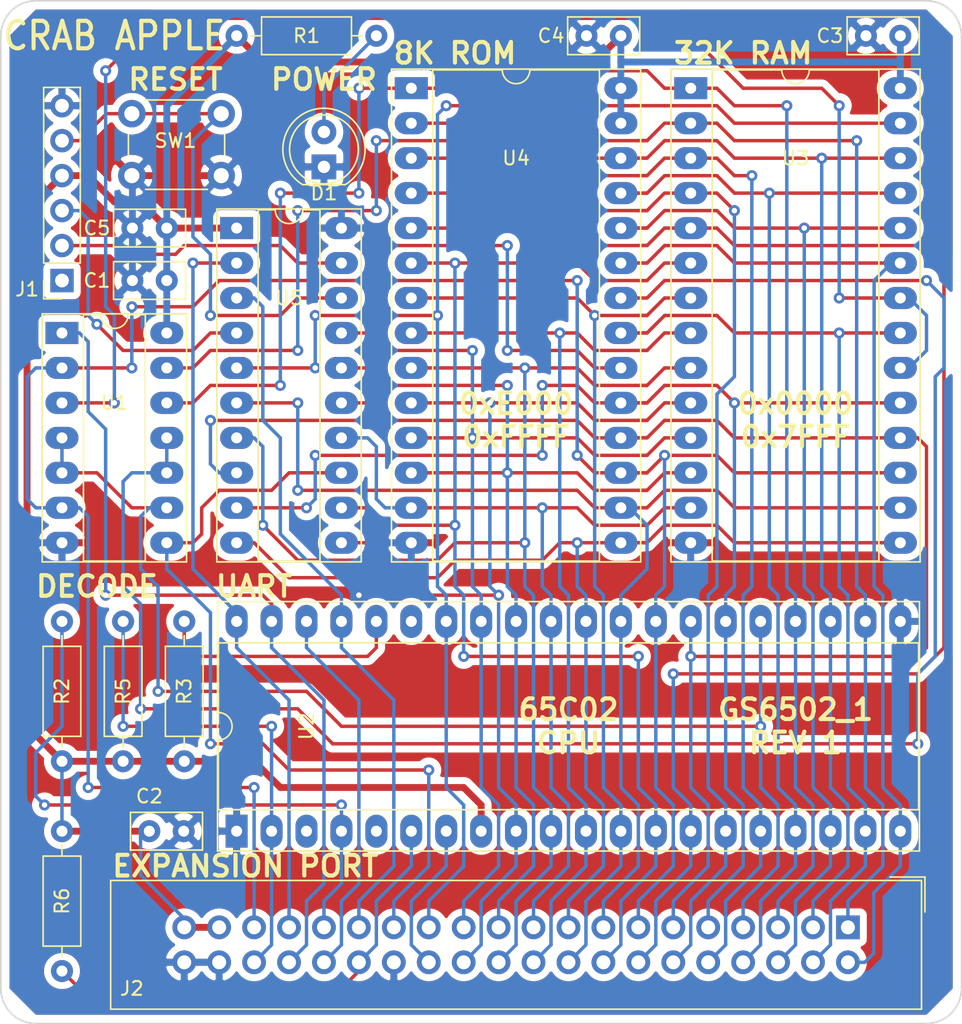
<source format=kicad_pcb>
(kicad_pcb (version 20171130) (host pcbnew 5.1.5+dfsg1-2build2)
  (layers (0 F.Cu signal) (31 B.Cu signal) (34 B.Paste user) (35 F.Paste user) (36 B.SilkS user) (37 F.SilkS user) (38 B.Mask user) (39 F.Mask user) (44 Edge.Cuts user))
  (net 0 "")
  (net 1 GND)
  (net 2 +5V)
  (net 3 "Net-(D1-Pad2)")
  (net 4 ~IRQ~)
  (net 5 ~NMI~)
  (net 6 ~RESET~)
  (net 7 RDY)
  (net 8 A13)
  (net 9 ~ROM_CS~)
  (net 10 A14)
  (net 11 A15)
  (net 12 ~ROM_OE~)
  (net 13 PH2)
  (net 14 ~RAM_CS~)
  (net 15 ~IO_CS~)
  (net 16 A11)
  (net 17 A10)
  (net 18 A9)
  (net 19 CLOCK)
  (net 20 A8)
  (net 21 A7)
  (net 22 A6)
  (net 23 R~W~)
  (net 24 A5)
  (net 25 D0)
  (net 26 A4)
  (net 27 D1)
  (net 28 A3)
  (net 29 D2)
  (net 30 A2)
  (net 31 D3)
  (net 32 A1)
  (net 33 D4)
  (net 34 A0)
  (net 35 D5)
  (net 36 D6)
  (net 37 D7)
  (net 38 A12)
  (net 39 TX)
  (net 40 RX)
  (net 41 SO)
  (net 42 SYNC)
  (net 43 BE)
  (net 44 ~BUTTON~)
  (module Package_DIP:DIP-20_W7.62mm_Socket_LongPads (layer F.Cu) (at 139.7762 92.075)
    (fp_text reference U5 (at 3.81 5.08) (layer F.SilkS))
    (fp_text value PIC18F15Q41-IP)
    (pad 20 thru_hole oval (at 7.62 0) (size 2.4 1.6) (drill 0.8) (layers *.Cu *.Mask) (net 1 GND))
    (pad 10 thru_hole oval (at 0 22.86) (size 2.4 1.6) (drill 0.8) (layers *.Cu *.Mask) (net 34 A0))
    (pad 19 thru_hole oval (at 7.62 2.54) (size 2.4 1.6) (drill 0.8) (layers *.Cu *.Mask) (net 39 TX))
    (pad 9 thru_hole oval (at 0 20.32) (size 2.4 1.6) (drill 0.8) (layers *.Cu *.Mask) (net 37 D7))
    (pad 18 thru_hole oval (at 7.62 5.08) (size 2.4 1.6) (drill 0.8) (layers *.Cu *.Mask) (net 44 ~BUTTON~))
    (pad 8 thru_hole oval (at 0 17.78) (size 2.4 1.6) (drill 0.8) (layers *.Cu *.Mask) (net 36 D6))
    (pad 17 thru_hole oval (at 7.62 7.62) (size 2.4 1.6) (drill 0.8) (layers *.Cu *.Mask) (net 23 R~W~))
    (pad 7 thru_hole oval (at 0 15.24) (size 2.4 1.6) (drill 0.8) (layers *.Cu *.Mask) (net 31 D3))
    (pad 16 thru_hole oval (at 7.62 10.16) (size 2.4 1.6) (drill 0.8) (layers *.Cu *.Mask) (net 25 D0))
    (pad 6 thru_hole oval (at 0 12.7) (size 2.4 1.6) (drill 0.8) (layers *.Cu *.Mask) (net 33 D4))
    (pad 15 thru_hole oval (at 7.62 12.7) (size 2.4 1.6) (drill 0.8) (layers *.Cu *.Mask) (net 27 D1))
    (pad 5 thru_hole oval (at 0 10.16) (size 2.4 1.6) (drill 0.8) (layers *.Cu *.Mask) (net 35 D5))
    (pad 14 thru_hole oval (at 7.62 15.24) (size 2.4 1.6) (drill 0.8) (layers *.Cu *.Mask) (net 29 D2))
    (pad 4 thru_hole oval (at 0 7.62) (size 2.4 1.6) (drill 0.8) (layers *.Cu *.Mask) (net 40 RX))
    (pad 13 thru_hole oval (at 7.62 17.78) (size 2.4 1.6) (drill 0.8) (layers *.Cu *.Mask) (net 15 ~IO_CS~))
    (pad 3 thru_hole oval (at 0 5.08) (size 2.4 1.6) (drill 0.8) (layers *.Cu *.Mask) (net 19 CLOCK))
    (pad 12 thru_hole oval (at 7.62 20.32) (size 2.4 1.6) (drill 0.8) (layers *.Cu *.Mask) (net 26 A4))
    (pad 2 thru_hole oval (at 0 2.54) (size 2.4 1.6) (drill 0.8) (layers *.Cu *.Mask) (net 6 ~RESET~))
    (pad 11 thru_hole oval (at 7.62 22.86) (size 2.4 1.6) (drill 0.8) (layers *.Cu *.Mask) (net 32 A1))
    (pad 1 thru_hole rect (at 0 0) (size 2.4 1.6) (drill 0.8) (layers *.Cu *.Mask) (net 2 +5V))
  )
  (module Package_DIP:DIP-28_W15.24mm_Socket_LongPads (layer F.Cu) (at 152.4762 81.915)
    (fp_text reference U4 (at 7.62 5.08) (layer F.SilkS))
    (fp_text value 71256SA)
    (pad 28 thru_hole oval (at 15.24 0) (size 2.4 1.6) (drill 0.8) (layers *.Cu *.Mask) (net 2 +5V))
    (pad 14 thru_hole oval (at 0 33.02) (size 2.4 1.6) (drill 0.8) (layers *.Cu *.Mask) (net 1 GND))
    (pad 27 thru_hole oval (at 15.24 2.54) (size 2.4 1.6) (drill 0.8) (layers *.Cu *.Mask) (net 2 +5V))
    (pad 13 thru_hole oval (at 0 30.48) (size 2.4 1.6) (drill 0.8) (layers *.Cu *.Mask) (net 29 D2))
    (pad 26 thru_hole oval (at 15.24 5.08) (size 2.4 1.6) (drill 0.8) (layers *.Cu *.Mask) (net 8 A13))
    (pad 12 thru_hole oval (at 0 27.94) (size 2.4 1.6) (drill 0.8) (layers *.Cu *.Mask) (net 27 D1))
    (pad 25 thru_hole oval (at 15.24 7.62) (size 2.4 1.6) (drill 0.8) (layers *.Cu *.Mask) (net 20 A8))
    (pad 11 thru_hole oval (at 0 25.4) (size 2.4 1.6) (drill 0.8) (layers *.Cu *.Mask) (net 25 D0))
    (pad 24 thru_hole oval (at 15.24 10.16) (size 2.4 1.6) (drill 0.8) (layers *.Cu *.Mask) (net 18 A9))
    (pad 10 thru_hole oval (at 0 22.86) (size 2.4 1.6) (drill 0.8) (layers *.Cu *.Mask) (net 34 A0))
    (pad 23 thru_hole oval (at 15.24 12.7) (size 2.4 1.6) (drill 0.8) (layers *.Cu *.Mask) (net 16 A11))
    (pad 9 thru_hole oval (at 0 20.32) (size 2.4 1.6) (drill 0.8) (layers *.Cu *.Mask) (net 32 A1))
    (pad 22 thru_hole oval (at 15.24 15.24) (size 2.4 1.6) (drill 0.8) (layers *.Cu *.Mask) (net 12 ~ROM_OE~))
    (pad 8 thru_hole oval (at 0 17.78) (size 2.4 1.6) (drill 0.8) (layers *.Cu *.Mask) (net 30 A2))
    (pad 21 thru_hole oval (at 15.24 17.78) (size 2.4 1.6) (drill 0.8) (layers *.Cu *.Mask) (net 17 A10))
    (pad 7 thru_hole oval (at 0 15.24) (size 2.4 1.6) (drill 0.8) (layers *.Cu *.Mask) (net 28 A3))
    (pad 20 thru_hole oval (at 15.24 20.32) (size 2.4 1.6) (drill 0.8) (layers *.Cu *.Mask) (net 9 ~ROM_CS~))
    (pad 6 thru_hole oval (at 0 12.7) (size 2.4 1.6) (drill 0.8) (layers *.Cu *.Mask) (net 26 A4))
    (pad 19 thru_hole oval (at 15.24 22.86) (size 2.4 1.6) (drill 0.8) (layers *.Cu *.Mask) (net 37 D7))
    (pad 5 thru_hole oval (at 0 10.16) (size 2.4 1.6) (drill 0.8) (layers *.Cu *.Mask) (net 24 A5))
    (pad 18 thru_hole oval (at 15.24 25.4) (size 2.4 1.6) (drill 0.8) (layers *.Cu *.Mask) (net 36 D6))
    (pad 4 thru_hole oval (at 0 7.62) (size 2.4 1.6) (drill 0.8) (layers *.Cu *.Mask) (net 22 A6))
    (pad 17 thru_hole oval (at 15.24 27.94) (size 2.4 1.6) (drill 0.8) (layers *.Cu *.Mask) (net 35 D5))
    (pad 3 thru_hole oval (at 0 5.08) (size 2.4 1.6) (drill 0.8) (layers *.Cu *.Mask) (net 21 A7))
    (pad 16 thru_hole oval (at 15.24 30.48) (size 2.4 1.6) (drill 0.8) (layers *.Cu *.Mask) (net 33 D4))
    (pad 2 thru_hole oval (at 0 2.54) (size 2.4 1.6) (drill 0.8) (layers *.Cu *.Mask) (net 38 A12))
    (pad 15 thru_hole oval (at 15.24 33.02) (size 2.4 1.6) (drill 0.8) (layers *.Cu *.Mask) (net 31 D3))
    (pad 1 thru_hole rect (at 0 0) (size 2.4 1.6) (drill 0.8) (layers *.Cu *.Mask) (net 10 A14))
  )
  (module Package_DIP:DIP-14_W7.62mm_Socket_LongPads (layer F.Cu) (at 127.0762 99.695)
    (fp_text reference U1 (at 3.81 5.08) (layer F.SilkS))
    (fp_text value 7400)
    (pad 14 thru_hole oval (at 7.62 0) (size 2.4 1.6) (drill 0.8) (layers *.Cu *.Mask) (net 2 +5V))
    (pad 7 thru_hole oval (at 0 15.24) (size 2.4 1.6) (drill 0.8) (layers *.Cu *.Mask) (net 1 GND))
    (pad 13 thru_hole oval (at 7.62 2.54) (size 2.4 1.6) (drill 0.8) (layers *.Cu *.Mask) (net 8 A13))
    (pad 6 thru_hole oval (at 0 12.7) (size 2.4 1.6) (drill 0.8) (layers *.Cu *.Mask) (net 9 ~ROM_CS~))
    (pad 12 thru_hole oval (at 7.62 5.08) (size 2.4 1.6) (drill 0.8) (layers *.Cu *.Mask) (net 10 A14))
    (pad 5 thru_hole oval (at 0 10.16) (size 2.4 1.6) (drill 0.8) (layers *.Cu *.Mask) (net 11 A15))
    (pad 11 thru_hole oval (at 7.62 7.62) (size 2.4 1.6) (drill 0.8) (layers *.Cu *.Mask) (net 12 ~ROM_OE~))
    (pad 4 thru_hole oval (at 0 7.62) (size 2.4 1.6) (drill 0.8) (layers *.Cu *.Mask) (net 11 A15))
    (pad 10 thru_hole oval (at 7.62 10.16) (size 2.4 1.6) (drill 0.8) (layers *.Cu *.Mask) (net 12 ~ROM_OE~))
    (pad 3 thru_hole oval (at 0 5.08) (size 2.4 1.6) (drill 0.8) (layers *.Cu *.Mask) (net 14 ~RAM_CS~))
    (pad 9 thru_hole oval (at 7.62 12.7) (size 2.4 1.6) (drill 0.8) (layers *.Cu *.Mask) (net 11 A15))
    (pad 2 thru_hole oval (at 0 2.54) (size 2.4 1.6) (drill 0.8) (layers *.Cu *.Mask) (net 9 ~ROM_CS~))
    (pad 8 thru_hole oval (at 7.62 15.24) (size 2.4 1.6) (drill 0.8) (layers *.Cu *.Mask) (net 15 ~IO_CS~))
    (pad 1 thru_hole rect (at 0 0) (size 2.4 1.6) (drill 0.8) (layers *.Cu *.Mask) (net 13 PH2))
  )
  (module Resistor_THT:R_Axial_DIN0207_L6.3mm_D2.5mm_P10.16mm_Horizontal (layer F.Cu) (at 135.9662 130.81 90)
    (fp_text reference R3 (at 5.08 0 90) (layer F.SilkS))
    (fp_text value 1K)
    (pad 2 thru_hole oval (at 10.16 0 90) (size 1.6 1.6) (drill 0.8) (layers *.Cu *.Mask) (net 43 BE))
    (pad 1 thru_hole circle (at 0 0 90) (size 1.6 1.6) (drill 0.8) (layers *.Cu *.Mask) (net 2 +5V))
  )
  (module LED_THT:LED_D5.0mm (layer F.Cu) (at 146.1262 87.63 90)
    (fp_text reference D1 (at -1.905 0 180) (layer F.SilkS))
    (fp_text value LED)
    (pad 2 thru_hole circle (at 2.54 0 90) (size 1.8 1.8) (drill 0.9) (layers *.Cu *.Mask) (net 3 "Net-(D1-Pad2)"))
    (pad 1 thru_hole rect (at 0 0 90) (size 1.8 1.8) (drill 0.9) (layers *.Cu *.Mask) (net 1 GND))
  )
  (module Connector_IDC:IDC-Header_2x20_P2.54mm_Vertical (layer F.Cu) (at 184.2262 142.875 270)
    (fp_text reference J2 (at 4.445 52.07 180) (layer F.SilkS))
    (fp_text value Conn_02x20_Odd_Even)
    (pad 40 thru_hole oval (at 2.54 48.26 270) (size 1.7272 1.7272) (drill 1.016) (layers *.Cu *.Mask) (net 1 GND))
    (pad 39 thru_hole oval (at 0 48.26 270) (size 1.7272 1.7272) (drill 1.016) (layers *.Cu *.Mask) (net 2 +5V))
    (pad 38 thru_hole oval (at 2.54 45.72 270) (size 1.7272 1.7272) (drill 1.016) (layers *.Cu *.Mask) (net 1 GND))
    (pad 37 thru_hole oval (at 0 45.72 270) (size 1.7272 1.7272) (drill 1.016) (layers *.Cu *.Mask) (net 2 +5V))
    (pad 36 thru_hole oval (at 2.54 43.18 270) (size 1.7272 1.7272) (drill 1.016) (layers *.Cu *.Mask) (net 7 RDY))
    (pad 35 thru_hole oval (at 0 43.18 270) (size 1.7272 1.7272) (drill 1.016) (layers *.Cu *.Mask) (net 9 ~ROM_CS~))
    (pad 34 thru_hole oval (at 2.54 40.64 270) (size 1.7272 1.7272) (drill 1.016) (layers *.Cu *.Mask) (net 13 PH2))
    (pad 33 thru_hole oval (at 0 40.64 270) (size 1.7272 1.7272) (drill 1.016) (layers *.Cu *.Mask) (net 6 ~RESET~))
    (pad 32 thru_hole oval (at 2.54 38.1 270) (size 1.7272 1.7272) (drill 1.016) (layers *.Cu *.Mask) (net 41 SO))
    (pad 31 thru_hole oval (at 0 38.1 270) (size 1.7272 1.7272) (drill 1.016) (layers *.Cu *.Mask) (net 4 ~IRQ~))
    (pad 30 thru_hole oval (at 2.54 35.56 270) (size 1.7272 1.7272) (drill 1.016) (layers *.Cu *.Mask) (net 5 ~NMI~))
    (pad 29 thru_hole oval (at 0 35.56 270) (size 1.7272 1.7272) (drill 1.016) (layers *.Cu *.Mask) (net 19 CLOCK))
    (pad 28 thru_hole oval (at 2.54 33.02 270) (size 1.7272 1.7272) (drill 1.016) (layers *.Cu *.Mask) (net 1 GND))
    (pad 27 thru_hole oval (at 0 33.02 270) (size 1.7272 1.7272) (drill 1.016) (layers *.Cu *.Mask) (net 15 ~IO_CS~))
    (pad 26 thru_hole oval (at 2.54 30.48 270) (size 1.7272 1.7272) (drill 1.016) (layers *.Cu *.Mask) (net 42 SYNC))
    (pad 25 thru_hole oval (at 0 30.48 270) (size 1.7272 1.7272) (drill 1.016) (layers *.Cu *.Mask) (net 23 R~W~))
    (pad 24 thru_hole oval (at 2.54 27.94 270) (size 1.7272 1.7272) (drill 1.016) (layers *.Cu *.Mask) (net 34 A0))
    (pad 23 thru_hole oval (at 0 27.94 270) (size 1.7272 1.7272) (drill 1.016) (layers *.Cu *.Mask) (net 25 D0))
    (pad 22 thru_hole oval (at 2.54 25.4 270) (size 1.7272 1.7272) (drill 1.016) (layers *.Cu *.Mask) (net 32 A1))
    (pad 21 thru_hole oval (at 0 25.4 270) (size 1.7272 1.7272) (drill 1.016) (layers *.Cu *.Mask) (net 27 D1))
    (pad 20 thru_hole oval (at 2.54 22.86 270) (size 1.7272 1.7272) (drill 1.016) (layers *.Cu *.Mask) (net 30 A2))
    (pad 19 thru_hole oval (at 0 22.86 270) (size 1.7272 1.7272) (drill 1.016) (layers *.Cu *.Mask) (net 29 D2))
    (pad 18 thru_hole oval (at 2.54 20.32 270) (size 1.7272 1.7272) (drill 1.016) (layers *.Cu *.Mask) (net 28 A3))
    (pad 17 thru_hole oval (at 0 20.32 270) (size 1.7272 1.7272) (drill 1.016) (layers *.Cu *.Mask) (net 31 D3))
    (pad 16 thru_hole oval (at 2.54 17.78 270) (size 1.7272 1.7272) (drill 1.016) (layers *.Cu *.Mask) (net 26 A4))
    (pad 15 thru_hole oval (at 0 17.78 270) (size 1.7272 1.7272) (drill 1.016) (layers *.Cu *.Mask) (net 33 D4))
    (pad 14 thru_hole oval (at 2.54 15.24 270) (size 1.7272 1.7272) (drill 1.016) (layers *.Cu *.Mask) (net 24 A5))
    (pad 13 thru_hole oval (at 0 15.24 270) (size 1.7272 1.7272) (drill 1.016) (layers *.Cu *.Mask) (net 35 D5))
    (pad 12 thru_hole oval (at 2.54 12.7 270) (size 1.7272 1.7272) (drill 1.016) (layers *.Cu *.Mask) (net 22 A6))
    (pad 11 thru_hole oval (at 0 12.7 270) (size 1.7272 1.7272) (drill 1.016) (layers *.Cu *.Mask) (net 36 D6))
    (pad 10 thru_hole oval (at 2.54 10.16 270) (size 1.7272 1.7272) (drill 1.016) (layers *.Cu *.Mask) (net 21 A7))
    (pad 9 thru_hole oval (at 0 10.16 270) (size 1.7272 1.7272) (drill 1.016) (layers *.Cu *.Mask) (net 37 D7))
    (pad 8 thru_hole oval (at 2.54 7.62 270) (size 1.7272 1.7272) (drill 1.016) (layers *.Cu *.Mask) (net 20 A8))
    (pad 7 thru_hole oval (at 0 7.62 270) (size 1.7272 1.7272) (drill 1.016) (layers *.Cu *.Mask) (net 11 A15))
    (pad 6 thru_hole oval (at 2.54 5.08 270) (size 1.7272 1.7272) (drill 1.016) (layers *.Cu *.Mask) (net 18 A9))
    (pad 5 thru_hole oval (at 0 5.08 270) (size 1.7272 1.7272) (drill 1.016) (layers *.Cu *.Mask) (net 10 A14))
    (pad 4 thru_hole oval (at 2.54 2.54 270) (size 1.7272 1.7272) (drill 1.016) (layers *.Cu *.Mask) (net 17 A10))
    (pad 3 thru_hole oval (at 0 2.54 270) (size 1.7272 1.7272) (drill 1.016) (layers *.Cu *.Mask) (net 8 A13))
    (pad 2 thru_hole oval (at 2.54 0 270) (size 1.7272 1.7272) (drill 1.016) (layers *.Cu *.Mask) (net 16 A11))
    (pad 1 thru_hole rect (at 0 0 270) (size 1.7272 1.7272) (drill 1.016) (layers *.Cu *.Mask) (net 38 A12))
  )
  (module Button_Switch_THT:SW_PUSH_6mm (layer F.Cu) (at 132.1562 83.765)
    (fp_text reference SW1 (at 3.175 1.96 180) (layer F.SilkS))
    (fp_text value SW_Push)
    (pad 1 thru_hole circle (at 6.5 0 90) (size 2 2) (drill 1.1) (layers *.Cu *.Mask) (net 44 ~BUTTON~))
    (pad 2 thru_hole circle (at 6.5 4.5 90) (size 2 2) (drill 1.1) (layers *.Cu *.Mask) (net 1 GND))
    (pad 1 thru_hole circle (at 0 0 90) (size 2 2) (drill 1.1) (layers *.Cu *.Mask) (net 44 ~BUTTON~))
    (pad 2 thru_hole circle (at 0 4.5 90) (size 2 2) (drill 1.1) (layers *.Cu *.Mask) (net 1 GND))
  )
  (module Resistor_THT:R_Axial_DIN0207_L6.3mm_D2.5mm_P10.16mm_Horizontal (layer F.Cu) (at 131.5212 130.81 90)
    (fp_text reference R5 (at 5.08 0 270) (layer F.SilkS))
    (fp_text value 1K)
    (pad 2 thru_hole oval (at 10.16 0 90) (size 1.6 1.6) (drill 0.8) (layers *.Cu *.Mask) (net 7 RDY))
    (pad 1 thru_hole circle (at 0 0 90) (size 1.6 1.6) (drill 0.8) (layers *.Cu *.Mask) (net 2 +5V))
  )
  (module Resistor_THT:R_Axial_DIN0207_L6.3mm_D2.5mm_P10.16mm_Horizontal (layer F.Cu) (at 127.0762 130.81 90)
    (fp_text reference R2 (at 5.08 0 270) (layer F.SilkS))
    (fp_text value 1K)
    (pad 2 thru_hole oval (at 10.16 0 90) (size 1.6 1.6) (drill 0.8) (layers *.Cu *.Mask) (net 4 ~IRQ~))
    (pad 1 thru_hole circle (at 0 0 90) (size 1.6 1.6) (drill 0.8) (layers *.Cu *.Mask) (net 2 +5V))
  )
  (module Resistor_THT:R_Axial_DIN0207_L6.3mm_D2.5mm_P10.16mm_Horizontal (layer F.Cu) (at 139.7762 78.105)
    (fp_text reference R1 (at 5.08 0) (layer F.SilkS))
    (fp_text value 1K)
    (pad 2 thru_hole oval (at 10.16 0) (size 1.6 1.6) (drill 0.8) (layers *.Cu *.Mask) (net 3 "Net-(D1-Pad2)"))
    (pad 1 thru_hole circle (at 0 0) (size 1.6 1.6) (drill 0.8) (layers *.Cu *.Mask) (net 2 +5V))
  )
  (module Connector_PinSocket_2.54mm:PinSocket_1x06_P2.54mm_Vertical (layer F.Cu) (at 127.0762 95.885 180)
    (fp_text reference J1 (at 2.54 -0.635) (layer F.SilkS))
    (fp_text value Conn_01x06_Female)
    (pad 6 thru_hole oval (at 0 12.7 180) (size 1.7 1.7) (drill 1) (layers *.Cu *.Mask) (net 1 GND))
    (pad 5 thru_hole oval (at 0 10.16 180) (size 1.7 1.7) (drill 1) (layers *.Cu *.Mask) (net 44 ~BUTTON~))
    (pad 4 thru_hole oval (at 0 7.62 180) (size 1.7 1.7) (drill 1) (layers *.Cu *.Mask) (net 2 +5V))
    (pad 3 thru_hole oval (at 0 5.08 180) (size 1.7 1.7) (drill 1) (layers *.Cu *.Mask) (net 40 RX))
    (pad 2 thru_hole oval (at 0 2.54 180) (size 1.7 1.7) (drill 1) (layers *.Cu *.Mask) (net 39 TX))
    (pad 1 thru_hole rect (at 0 0 180) (size 1.7 1.7) (drill 1) (layers *.Cu *.Mask))
  )
  (module Capacitor_THT:C_Disc_D5.0mm_W2.5mm_P2.50mm (layer F.Cu) (at 167.7162 78.105 180)
    (fp_text reference C4 (at 5.08 0) (layer F.SilkS))
    (fp_text value 100N)
    (pad 2 thru_hole circle (at 2.5 0 180) (size 1.6 1.6) (drill 0.8) (layers *.Cu *.Mask) (net 1 GND))
    (pad 1 thru_hole circle (at 0 0 180) (size 1.6 1.6) (drill 0.8) (layers *.Cu *.Mask) (net 2 +5V))
  )
  (module Capacitor_THT:C_Disc_D5.0mm_W2.5mm_P2.50mm (layer F.Cu) (at 188.0362 78.105 180)
    (fp_text reference C3 (at 5.12 0) (layer F.SilkS))
    (fp_text value 100N)
    (pad 2 thru_hole circle (at 2.5 0 180) (size 1.6 1.6) (drill 0.8) (layers *.Cu *.Mask) (net 1 GND))
    (pad 1 thru_hole circle (at 0 0 180) (size 1.6 1.6) (drill 0.8) (layers *.Cu *.Mask) (net 2 +5V))
  )
  (module Capacitor_THT:C_Disc_D5.0mm_W2.5mm_P2.50mm (layer F.Cu) (at 133.4262 135.89)
    (fp_text reference C2 (at 0 -2.54) (layer F.SilkS))
    (fp_text value 100N)
    (pad 2 thru_hole circle (at 2.5 0) (size 1.6 1.6) (drill 0.8) (layers *.Cu *.Mask) (net 1 GND))
    (pad 1 thru_hole circle (at 0 0) (size 1.6 1.6) (drill 0.8) (layers *.Cu *.Mask) (net 2 +5V))
  )
  (module Capacitor_THT:C_Disc_D5.0mm_W2.5mm_P2.50mm (layer F.Cu) (at 134.6962 95.885 180)
    (fp_text reference C1 (at 5.08 0) (layer F.SilkS))
    (fp_text value 100N)
    (pad 2 thru_hole circle (at 2.5 0 180) (size 1.6 1.6) (drill 0.8) (layers *.Cu *.Mask) (net 1 GND))
    (pad 1 thru_hole circle (at 0 0 180) (size 1.6 1.6) (drill 0.8) (layers *.Cu *.Mask) (net 2 +5V))
  )
  (module Package_DIP:DIP-40_W15.24mm_Socket_LongPads (layer F.Cu) (at 139.7762 135.89 90)
    (fp_text reference U2 (at 7.62 5.08 270) (layer F.SilkS))
    (fp_text value W65C02S)
    (pad 40 thru_hole oval (at 15.24 0 90) (size 2.4 1.6) (drill 0.8) (layers *.Cu *.Mask) (net 6 ~RESET~))
    (pad 20 thru_hole oval (at 0 48.26 90) (size 2.4 1.6) (drill 0.8) (layers *.Cu *.Mask) (net 16 A11))
    (pad 39 thru_hole oval (at 15.24 2.54 90) (size 2.4 1.6) (drill 0.8) (layers *.Cu *.Mask) (net 13 PH2))
    (pad 19 thru_hole oval (at 0 45.72 90) (size 2.4 1.6) (drill 0.8) (layers *.Cu *.Mask) (net 17 A10))
    (pad 38 thru_hole oval (at 15.24 5.08 90) (size 2.4 1.6) (drill 0.8) (layers *.Cu *.Mask) (net 41 SO))
    (pad 18 thru_hole oval (at 0 43.18 90) (size 2.4 1.6) (drill 0.8) (layers *.Cu *.Mask) (net 18 A9))
    (pad 37 thru_hole oval (at 15.24 7.62 90) (size 2.4 1.6) (drill 0.8) (layers *.Cu *.Mask) (net 19 CLOCK))
    (pad 17 thru_hole oval (at 0 40.64 90) (size 2.4 1.6) (drill 0.8) (layers *.Cu *.Mask) (net 20 A8))
    (pad 36 thru_hole oval (at 15.24 10.16 90) (size 2.4 1.6) (drill 0.8) (layers *.Cu *.Mask) (net 43 BE))
    (pad 16 thru_hole oval (at 0 38.1 90) (size 2.4 1.6) (drill 0.8) (layers *.Cu *.Mask) (net 21 A7))
    (pad 35 thru_hole oval (at 15.24 12.7 90) (size 2.4 1.6) (drill 0.8) (layers *.Cu *.Mask))
    (pad 15 thru_hole oval (at 0 35.56 90) (size 2.4 1.6) (drill 0.8) (layers *.Cu *.Mask) (net 22 A6))
    (pad 34 thru_hole oval (at 15.24 15.24 90) (size 2.4 1.6) (drill 0.8) (layers *.Cu *.Mask) (net 23 R~W~))
    (pad 14 thru_hole oval (at 0 33.02 90) (size 2.4 1.6) (drill 0.8) (layers *.Cu *.Mask) (net 24 A5))
    (pad 33 thru_hole oval (at 15.24 17.78 90) (size 2.4 1.6) (drill 0.8) (layers *.Cu *.Mask) (net 25 D0))
    (pad 13 thru_hole oval (at 0 30.48 90) (size 2.4 1.6) (drill 0.8) (layers *.Cu *.Mask) (net 26 A4))
    (pad 32 thru_hole oval (at 15.24 20.32 90) (size 2.4 1.6) (drill 0.8) (layers *.Cu *.Mask) (net 27 D1))
    (pad 12 thru_hole oval (at 0 27.94 90) (size 2.4 1.6) (drill 0.8) (layers *.Cu *.Mask) (net 28 A3))
    (pad 31 thru_hole oval (at 15.24 22.86 90) (size 2.4 1.6) (drill 0.8) (layers *.Cu *.Mask) (net 29 D2))
    (pad 11 thru_hole oval (at 0 25.4 90) (size 2.4 1.6) (drill 0.8) (layers *.Cu *.Mask) (net 30 A2))
    (pad 30 thru_hole oval (at 15.24 25.4 90) (size 2.4 1.6) (drill 0.8) (layers *.Cu *.Mask) (net 31 D3))
    (pad 10 thru_hole oval (at 0 22.86 90) (size 2.4 1.6) (drill 0.8) (layers *.Cu *.Mask) (net 32 A1))
    (pad 29 thru_hole oval (at 15.24 27.94 90) (size 2.4 1.6) (drill 0.8) (layers *.Cu *.Mask) (net 33 D4))
    (pad 9 thru_hole oval (at 0 20.32 90) (size 2.4 1.6) (drill 0.8) (layers *.Cu *.Mask) (net 34 A0))
    (pad 28 thru_hole oval (at 15.24 30.48 90) (size 2.4 1.6) (drill 0.8) (layers *.Cu *.Mask) (net 35 D5))
    (pad 8 thru_hole oval (at 0 17.78 90) (size 2.4 1.6) (drill 0.8) (layers *.Cu *.Mask) (net 2 +5V))
    (pad 27 thru_hole oval (at 15.24 33.02 90) (size 2.4 1.6) (drill 0.8) (layers *.Cu *.Mask) (net 36 D6))
    (pad 7 thru_hole oval (at 0 15.24 90) (size 2.4 1.6) (drill 0.8) (layers *.Cu *.Mask) (net 42 SYNC))
    (pad 26 thru_hole oval (at 15.24 35.56 90) (size 2.4 1.6) (drill 0.8) (layers *.Cu *.Mask) (net 37 D7))
    (pad 6 thru_hole oval (at 0 12.7 90) (size 2.4 1.6) (drill 0.8) (layers *.Cu *.Mask) (net 5 ~NMI~))
    (pad 25 thru_hole oval (at 15.24 38.1 90) (size 2.4 1.6) (drill 0.8) (layers *.Cu *.Mask) (net 11 A15))
    (pad 5 thru_hole oval (at 0 10.16 90) (size 2.4 1.6) (drill 0.8) (layers *.Cu *.Mask))
    (pad 24 thru_hole oval (at 15.24 40.64 90) (size 2.4 1.6) (drill 0.8) (layers *.Cu *.Mask) (net 10 A14))
    (pad 4 thru_hole oval (at 0 7.62 90) (size 2.4 1.6) (drill 0.8) (layers *.Cu *.Mask) (net 4 ~IRQ~))
    (pad 23 thru_hole oval (at 15.24 43.18 90) (size 2.4 1.6) (drill 0.8) (layers *.Cu *.Mask) (net 8 A13))
    (pad 3 thru_hole oval (at 0 5.08 90) (size 2.4 1.6) (drill 0.8) (layers *.Cu *.Mask))
    (pad 22 thru_hole oval (at 15.24 45.72 90) (size 2.4 1.6) (drill 0.8) (layers *.Cu *.Mask) (net 38 A12))
    (pad 2 thru_hole oval (at 0 2.54 90) (size 2.4 1.6) (drill 0.8) (layers *.Cu *.Mask) (net 7 RDY))
    (pad 21 thru_hole oval (at 15.24 48.26 90) (size 2.4 1.6) (drill 0.8) (layers *.Cu *.Mask) (net 1 GND))
    (pad 1 thru_hole rect (at 0 0 90) (size 2.4 1.6) (drill 0.8) (layers *.Cu *.Mask) (net 1 GND))
  )
  (module Package_DIP:DIP-28_W15.24mm_Socket_LongPads (layer F.Cu) (at 172.7962 81.915)
    (fp_text reference U3 (at 7.62 5.08) (layer F.SilkS))
    (fp_text value 71256SA)
    (pad 28 thru_hole oval (at 15.24 0) (size 2.4 1.6) (drill 0.8) (layers *.Cu *.Mask) (net 2 +5V))
    (pad 14 thru_hole oval (at 0 33.02) (size 2.4 1.6) (drill 0.8) (layers *.Cu *.Mask) (net 1 GND))
    (pad 27 thru_hole oval (at 15.24 2.54) (size 2.4 1.6) (drill 0.8) (layers *.Cu *.Mask) (net 23 R~W~))
    (pad 13 thru_hole oval (at 0 30.48) (size 2.4 1.6) (drill 0.8) (layers *.Cu *.Mask) (net 29 D2))
    (pad 26 thru_hole oval (at 15.24 5.08) (size 2.4 1.6) (drill 0.8) (layers *.Cu *.Mask) (net 8 A13))
    (pad 12 thru_hole oval (at 0 27.94) (size 2.4 1.6) (drill 0.8) (layers *.Cu *.Mask) (net 27 D1))
    (pad 25 thru_hole oval (at 15.24 7.62) (size 2.4 1.6) (drill 0.8) (layers *.Cu *.Mask) (net 20 A8))
    (pad 11 thru_hole oval (at 0 25.4) (size 2.4 1.6) (drill 0.8) (layers *.Cu *.Mask) (net 25 D0))
    (pad 24 thru_hole oval (at 15.24 10.16) (size 2.4 1.6) (drill 0.8) (layers *.Cu *.Mask) (net 18 A9))
    (pad 10 thru_hole oval (at 0 22.86) (size 2.4 1.6) (drill 0.8) (layers *.Cu *.Mask) (net 34 A0))
    (pad 23 thru_hole oval (at 15.24 12.7) (size 2.4 1.6) (drill 0.8) (layers *.Cu *.Mask) (net 16 A11))
    (pad 9 thru_hole oval (at 0 20.32) (size 2.4 1.6) (drill 0.8) (layers *.Cu *.Mask) (net 32 A1))
    (pad 22 thru_hole oval (at 15.24 15.24) (size 2.4 1.6) (drill 0.8) (layers *.Cu *.Mask) (net 14 ~RAM_CS~))
    (pad 8 thru_hole oval (at 0 17.78) (size 2.4 1.6) (drill 0.8) (layers *.Cu *.Mask) (net 30 A2))
    (pad 21 thru_hole oval (at 15.24 17.78) (size 2.4 1.6) (drill 0.8) (layers *.Cu *.Mask) (net 17 A10))
    (pad 7 thru_hole oval (at 0 15.24) (size 2.4 1.6) (drill 0.8) (layers *.Cu *.Mask) (net 28 A3))
    (pad 20 thru_hole oval (at 15.24 20.32) (size 2.4 1.6) (drill 0.8) (layers *.Cu *.Mask) (net 14 ~RAM_CS~))
    (pad 6 thru_hole oval (at 0 12.7) (size 2.4 1.6) (drill 0.8) (layers *.Cu *.Mask) (net 26 A4))
    (pad 19 thru_hole oval (at 15.24 22.86) (size 2.4 1.6) (drill 0.8) (layers *.Cu *.Mask) (net 37 D7))
    (pad 5 thru_hole oval (at 0 10.16) (size 2.4 1.6) (drill 0.8) (layers *.Cu *.Mask) (net 24 A5))
    (pad 18 thru_hole oval (at 15.24 25.4) (size 2.4 1.6) (drill 0.8) (layers *.Cu *.Mask) (net 36 D6))
    (pad 4 thru_hole oval (at 0 7.62) (size 2.4 1.6) (drill 0.8) (layers *.Cu *.Mask) (net 22 A6))
    (pad 17 thru_hole oval (at 15.24 27.94) (size 2.4 1.6) (drill 0.8) (layers *.Cu *.Mask) (net 35 D5))
    (pad 3 thru_hole oval (at 0 5.08) (size 2.4 1.6) (drill 0.8) (layers *.Cu *.Mask) (net 21 A7))
    (pad 16 thru_hole oval (at 15.24 30.48) (size 2.4 1.6) (drill 0.8) (layers *.Cu *.Mask) (net 33 D4))
    (pad 2 thru_hole oval (at 0 2.54) (size 2.4 1.6) (drill 0.8) (layers *.Cu *.Mask) (net 38 A12))
    (pad 15 thru_hole oval (at 15.24 33.02) (size 2.4 1.6) (drill 0.8) (layers *.Cu *.Mask) (net 31 D3))
    (pad 1 thru_hole rect (at 0 0) (size 2.4 1.6) (drill 0.8) (layers *.Cu *.Mask) (net 10 A14))
  )
  (module Capacitor_THT:C_Disc_D5.0mm_W2.5mm_P2.50mm (layer F.Cu) (at 134.6962 92.075 180)
    (fp_text reference C5 (at 5.08 0) (layer F.SilkS))
    (fp_text value 100N)
    (pad 2 thru_hole circle (at 2.5 0 180) (size 1.6 1.6) (drill 0.8) (layers *.Cu *.Mask) (net 1 GND))
    (pad 1 thru_hole circle (at 0 0 180) (size 1.6 1.6) (drill 0.8) (layers *.Cu *.Mask) (net 2 +5V))
  )
  (module Resistor_THT:R_Axial_DIN0207_L6.3mm_D2.5mm_P10.16mm_Horizontal (layer F.Cu) (at 127.0762 135.89 270)
    (fp_text reference R6 (at 5.08 0 270) (layer F.SilkS))
    (fp_text value 1K)
    (pad 2 thru_hole oval (at 10.16 0 270) (size 1.6 1.6) (drill 0.8) (layers *.Cu *.Mask) (net 5 ~NMI~))
    (pad 1 thru_hole circle (at 0 0 270) (size 1.6 1.6) (drill 0.8) (layers *.Cu *.Mask) (net 2 +5V))
  )
  (gr_text "CRAB APPLE" (at 130.8862 78.105) (layer F.SilkS) (effects (font (size 2 1.75) (thickness 0.3))))
  (gr_arc (start 189.9412 78.105) (end 192.4812 78.105) (angle -90) (layer Edge.Cuts) (width 0.12))
  (gr_arc (start 189.9412 147.32) (end 189.9412 149.86) (angle -90) (layer Edge.Cuts) (width 0.12))
  (gr_arc (start 125.1712 147.32) (end 122.6312 147.32) (angle -90) (layer Edge.Cuts) (width 0.12))
  (gr_arc (start 125.1712 78.105) (end 125.1712 75.565) (angle -90) (layer Edge.Cuts) (width 0.12))
  (gr_text "65C02\nCPU" (at 163.9062 128.27) (layer F.SilkS) (effects (font (size 1.5 1.5) (thickness 0.3))))
  (gr_text "GS6502_1\nREV 1" (at 180.4162 128.27) (layer F.SilkS) (effects (font (size 1.5 1.5) (thickness 0.3))))
  (gr_text DECODE (at 129.6162 118.11) (layer F.SilkS) (effects (font (size 1.5 1.5) (thickness 0.3))))
  (gr_text UART (at 141.0462 118.11) (layer F.SilkS) (effects (font (size 1.5 1.5) (thickness 0.3))))
  (gr_text "0xE000\n0xFFFF" (at 160.0962 106.045) (layer F.SilkS) (effects (font (size 1.5 1.5) (thickness 0.3))))
  (gr_text "0x0000\n0x7FFF" (at 180.4162 106.045) (layer F.SilkS) (effects (font (size 1.5 1.5) (thickness 0.3))))
  (gr_text POWER (at 146.1262 81.28) (layer F.SilkS) (effects (font (size 1.5 1.5) (thickness 0.3))))
  (gr_text RESET (at 135.3312 81.28) (layer F.SilkS) (effects (font (size 1.5 1.5) (thickness 0.3))))
  (gr_text "EXPANSION PORT" (at 140.4112 138.43) (layer F.SilkS) (effects (font (size 1.5 1.5) (thickness 0.3))))
  (gr_text "32K RAM" (at 176.6062 79.375) (layer F.SilkS) (effects (font (size 1.5 1.5) (thickness 0.3))))
  (gr_text "8K ROM" (at 155.6512 79.375) (layer F.SilkS) (effects (font (size 1.5 1.5) (thickness 0.3))))
  (gr_line (start 192.4812 78.105) (end 192.4812 147.32) (layer Edge.Cuts) (width 0.1))
  (gr_line (start 125.1712 75.565) (end 189.9412 75.565) (layer Edge.Cuts) (width 0.1))
  (gr_line (start 122.6312 147.32) (end 122.6312 78.105) (layer Edge.Cuts) (width 0.1))
  (gr_line (start 189.9412 149.86) (end 125.1712 149.86) (layer Edge.Cuts) (width 0.1))
  (segment (start 132.1962 95.885) (end 132.1962 92.075) (width 0.5) (layer B.Cu) (net 1))
  (segment (start 132.1962 88.305) (end 132.1562 88.265) (width 0.25) (layer B.Cu) (net 1))
  (segment (start 132.1962 92.075) (end 132.1962 88.305) (width 0.5) (layer B.Cu) (net 1))
  (segment (start 132.1562 88.265) (end 138.6562 88.265) (width 0.5) (layer F.Cu) (net 1))
  (via (at 148.6662 118.745) (size 0.8) (drill 0.4) (layers F.Cu B.Cu) (net 1))
  (segment (start 134.6962 99.695) (end 134.6962 95.885) (width 0.5) (layer B.Cu) (net 2))
  (segment (start 134.6962 95.885) (end 134.6962 92.075) (width 0.5) (layer B.Cu) (net 2))
  (segment (start 134.6962 92.075) (end 139.7762 92.075) (width 0.5) (layer F.Cu) (net 2))
  (segment (start 138.5062 142.875) (end 135.9662 142.875) (width 0.5) (layer F.Cu) (net 2))
  (segment (start 135.9662 142.875) (end 135.9662 142.24) (width 0.25) (layer B.Cu) (net 2))
  (segment (start 132.7912 139.065) (end 132.7912 135.89) (width 0.25) (layer B.Cu) (net 2))
  (segment (start 135.9662 142.24) (end 132.7912 139.065) (width 0.25) (layer B.Cu) (net 2))
  (segment (start 132.7912 135.89) (end 127.0762 135.89) (width 0.5) (layer F.Cu) (net 2))
  (segment (start 127.0762 135.89) (end 127.0762 130.81) (width 0.25) (layer B.Cu) (net 2))
  (segment (start 167.7162 84.455) (end 167.7162 81.915) (width 0.5) (layer B.Cu) (net 2))
  (segment (start 128.9812 88.265) (end 127.0762 88.265) (width 0.5) (layer F.Cu) (net 2))
  (segment (start 130.8862 90.17) (end 128.9812 88.265) (width 0.5) (layer F.Cu) (net 2))
  (segment (start 132.1562 130.81) (end 127.0762 130.81) (width 0.5) (layer F.Cu) (net 2))
  (segment (start 141.0462 130.81) (end 132.1562 130.81) (width 0.5) (layer F.Cu) (net 2))
  (segment (start 142.9512 132.715) (end 141.0462 130.81) (width 0.5) (layer F.Cu) (net 2))
  (segment (start 156.2862 132.715) (end 142.9512 132.715) (width 0.5) (layer F.Cu) (net 2))
  (segment (start 157.5562 133.985) (end 156.2862 132.715) (width 0.5) (layer F.Cu) (net 2))
  (segment (start 157.5562 135.89) (end 157.5562 133.985) (width 0.5) (layer F.Cu) (net 2))
  (segment (start 127.0762 130.81) (end 127.0762 130.175) (width 0.25) (layer F.Cu) (net 2))
  (segment (start 124.5362 90.805) (end 127.0762 88.265) (width 0.5) (layer F.Cu) (net 2))
  (segment (start 124.5362 128.27) (end 124.5362 90.805) (width 0.5) (layer F.Cu) (net 2))
  (segment (start 127.0762 130.81) (end 124.5362 128.27) (width 0.5) (layer F.Cu) (net 2))
  (segment (start 134.6962 92.075) (end 133.4262 90.805) (width 0.5) (layer F.Cu) (net 2))
  (segment (start 133.4262 90.805) (end 132.7912 90.17) (width 0.5) (layer F.Cu) (net 2))
  (segment (start 132.7912 90.17) (end 130.8862 90.17) (width 0.5) (layer F.Cu) (net 2))
  (segment (start 134.6962 83.185) (end 134.6962 92.075) (width 0.5) (layer B.Cu) (net 2))
  (segment (start 139.7762 78.105) (end 134.6962 83.185) (width 0.5) (layer B.Cu) (net 2))
  (segment (start 167.7162 81.915) (end 167.7162 80.01) (width 0.5) (layer B.Cu) (net 2))
  (segment (start 167.7162 80.01) (end 167.7162 78.105) (width 0.5) (layer B.Cu) (net 2))
  (segment (start 188.0362 80.01) (end 188.0362 78.105) (width 0.5) (layer B.Cu) (net 2))
  (segment (start 188.0362 81.915) (end 188.0362 80.01) (width 0.5) (layer B.Cu) (net 2))
  (segment (start 141.6812 80.01) (end 139.7762 78.105) (width 0.5) (layer F.Cu) (net 2))
  (segment (start 165.8112 80.01) (end 141.6812 80.01) (width 0.5) (layer F.Cu) (net 2))
  (segment (start 167.7162 78.105) (end 165.8112 80.01) (width 0.5) (layer F.Cu) (net 2))
  (segment (start 175.3362 80.01) (end 188.0362 80.01) (width 0.5) (layer B.Cu) (net 2))
  (segment (start 167.7162 80.01) (end 175.3362 80.01) (width 0.5) (layer B.Cu) (net 2))
  (segment (start 146.1262 81.915) (end 149.9362 78.105) (width 0.25) (layer B.Cu) (net 3))
  (segment (start 146.1262 85.09) (end 146.1262 81.915) (width 0.25) (layer B.Cu) (net 3))
  (segment (start 147.3962 135.89) (end 147.3962 133.985) (width 0.25) (layer B.Cu) (net 4))
  (segment (start 147.3962 133.985) (end 147.3962 133.985) (width 0.25) (layer B.Cu) (net 4))
  (via (at 147.3962 133.985) (size 0.8) (drill 0.4) (layers F.Cu B.Cu) (net 4))
  (segment (start 130.2512 133.985) (end 130.2512 133.985) (width 0.25) (layer F.Cu) (net 4))
  (segment (start 146.1262 142.875) (end 146.1262 140.97) (width 0.25) (layer B.Cu) (net 4))
  (segment (start 146.1262 140.97) (end 147.3962 139.7) (width 0.25) (layer B.Cu) (net 4))
  (segment (start 147.3962 139.7) (end 147.3962 135.89) (width 0.25) (layer B.Cu) (net 4))
  (segment (start 127.0762 128.27) (end 127.0762 120.65) (width 0.25) (layer B.Cu) (net 4))
  (segment (start 125.1712 130.175) (end 127.0762 128.27) (width 0.25) (layer B.Cu) (net 4))
  (segment (start 125.1712 133.35) (end 125.1712 130.175) (width 0.25) (layer B.Cu) (net 4))
  (segment (start 125.8062 133.985) (end 125.1712 133.35) (width 0.25) (layer B.Cu) (net 4))
  (segment (start 147.3962 133.985) (end 125.8062 133.985) (width 0.25) (layer F.Cu) (net 4))
  (via (at 125.8062 133.985) (size 0.8) (drill 0.4) (layers F.Cu B.Cu) (net 4))
  (segment (start 148.6662 145.415) (end 149.9362 144.145) (width 0.25) (layer B.Cu) (net 5))
  (segment (start 149.9362 144.145) (end 149.9362 140.97) (width 0.25) (layer B.Cu) (net 5))
  (segment (start 149.9362 140.97) (end 152.4762 138.43) (width 0.25) (layer B.Cu) (net 5))
  (segment (start 152.4762 138.43) (end 152.4762 135.89) (width 0.25) (layer B.Cu) (net 5))
  (segment (start 128.3462 147.32) (end 127.0762 146.05) (width 0.25) (layer F.Cu) (net 5))
  (segment (start 147.3962 147.32) (end 128.3462 147.32) (width 0.25) (layer F.Cu) (net 5))
  (segment (start 148.6662 146.05) (end 147.3962 147.32) (width 0.25) (layer F.Cu) (net 5))
  (segment (start 148.6662 145.415) (end 148.6662 146.05) (width 0.25) (layer F.Cu) (net 5))
  (segment (start 139.7762 120.65) (end 139.7762 122.555) (width 0.25) (layer B.Cu) (net 6))
  (segment (start 139.7762 122.555) (end 143.5862 126.365) (width 0.25) (layer B.Cu) (net 6))
  (segment (start 143.5862 126.365) (end 143.5862 142.875) (width 0.25) (layer B.Cu) (net 6))
  (segment (start 136.6012 116.84) (end 136.6012 94.615) (width 0.25) (layer B.Cu) (net 6))
  (segment (start 139.7762 120.015) (end 136.6012 116.84) (width 0.25) (layer B.Cu) (net 6))
  (segment (start 139.7762 120.65) (end 139.7762 120.015) (width 0.25) (layer B.Cu) (net 6))
  (segment (start 136.6012 94.615) (end 136.6012 94.615) (width 0.25) (layer B.Cu) (net 6))
  (via (at 136.6012 94.615) (size 0.8) (drill 0.4) (layers F.Cu B.Cu) (net 6))
  (segment (start 136.6012 94.615) (end 139.7762 94.615) (width 0.25) (layer F.Cu) (net 6))
  (segment (start 142.3162 135.89) (end 142.3162 144.145) (width 0.25) (layer B.Cu) (net 7))
  (segment (start 142.3162 144.145) (end 141.0462 145.415) (width 0.25) (layer B.Cu) (net 7))
  (segment (start 142.3162 135.89) (end 142.3162 128.27) (width 0.25) (layer B.Cu) (net 7))
  (via (at 142.3162 128.27) (size 0.8) (drill 0.4) (layers F.Cu B.Cu) (net 7))
  (segment (start 131.5212 128.27) (end 131.5212 120.65) (width 0.25) (layer B.Cu) (net 7))
  (segment (start 131.5212 128.27) (end 142.3162 128.27) (width 0.25) (layer F.Cu) (net 7))
  (via (at 131.5212 128.27) (size 0.8) (drill 0.4) (layers F.Cu B.Cu) (net 7))
  (segment (start 167.7162 86.995) (end 169.6212 86.995) (width 0.25) (layer F.Cu) (net 8))
  (segment (start 182.9562 120.65) (end 182.9562 118.745) (width 0.25) (layer B.Cu) (net 8))
  (segment (start 182.9562 118.745) (end 182.3212 118.11) (width 0.25) (layer B.Cu) (net 8))
  (segment (start 182.3212 118.11) (end 182.3212 86.995) (width 0.25) (layer B.Cu) (net 8))
  (segment (start 182.3212 86.995) (end 182.3212 86.995) (width 0.25) (layer B.Cu) (net 8))
  (via (at 182.3212 86.995) (size 0.8) (drill 0.4) (layers F.Cu B.Cu) (net 8))
  (segment (start 175.9712 86.995) (end 188.0362 86.995) (width 0.25) (layer F.Cu) (net 8))
  (segment (start 174.7012 85.725) (end 175.9712 86.995) (width 0.25) (layer F.Cu) (net 8))
  (segment (start 170.8912 85.725) (end 174.7012 85.725) (width 0.25) (layer F.Cu) (net 8))
  (segment (start 169.6212 86.995) (end 170.8912 85.725) (width 0.25) (layer F.Cu) (net 8))
  (segment (start 168.9862 86.995) (end 169.6212 86.995) (width 0.25) (layer F.Cu) (net 8))
  (segment (start 182.9562 125.095) (end 182.9562 120.65) (width 0.25) (layer B.Cu) (net 8))
  (segment (start 181.6862 140.97) (end 181.6862 142.875) (width 0.25) (layer B.Cu) (net 8))
  (segment (start 184.2262 138.43) (end 181.6862 140.97) (width 0.25) (layer B.Cu) (net 8))
  (segment (start 184.2262 133.985) (end 184.2262 138.43) (width 0.25) (layer B.Cu) (net 8))
  (segment (start 182.9562 132.715) (end 184.2262 133.985) (width 0.25) (layer B.Cu) (net 8))
  (segment (start 182.9562 125.095) (end 182.9562 132.715) (width 0.25) (layer B.Cu) (net 8))
  (segment (start 167.7162 86.995) (end 165.8112 86.995) (width 0.25) (layer F.Cu) (net 8))
  (segment (start 165.8112 86.995) (end 164.5412 85.725) (width 0.25) (layer F.Cu) (net 8))
  (segment (start 164.5412 85.725) (end 151.2062 85.725) (width 0.25) (layer F.Cu) (net 8))
  (segment (start 136.6012 102.235) (end 134.6962 102.235) (width 0.25) (layer F.Cu) (net 8))
  (segment (start 137.8712 100.965) (end 136.6012 102.235) (width 0.25) (layer F.Cu) (net 8))
  (segment (start 144.2212 100.965) (end 137.8712 100.965) (width 0.25) (layer F.Cu) (net 8))
  (via (at 144.2212 100.965) (size 0.8) (drill 0.4) (layers F.Cu B.Cu) (net 8))
  (segment (start 151.2062 85.725) (end 149.9362 85.725) (width 0.25) (layer F.Cu) (net 8))
  (segment (start 149.9362 85.725) (end 149.9362 85.725) (width 0.25) (layer F.Cu) (net 8))
  (via (at 149.9362 85.725) (size 0.8) (drill 0.4) (layers F.Cu B.Cu) (net 8))
  (segment (start 144.2212 100.965) (end 144.2212 90.805) (width 0.25) (layer B.Cu) (net 8))
  (via (at 144.2212 90.805) (size 0.8) (drill 0.4) (layers F.Cu B.Cu) (net 8))
  (segment (start 149.9362 85.725) (end 149.9362 90.805) (width 0.25) (layer B.Cu) (net 8))
  (via (at 149.9362 90.805) (size 0.8) (drill 0.4) (layers F.Cu B.Cu) (net 8))
  (segment (start 149.9362 90.805) (end 144.2212 90.805) (width 0.25) (layer F.Cu) (net 8))
  (segment (start 141.0462 142.875) (end 141.0462 132.715) (width 0.25) (layer B.Cu) (net 9))
  (segment (start 141.0462 132.715) (end 141.0462 132.715) (width 0.25) (layer B.Cu) (net 9))
  (segment (start 141.0462 132.715) (end 141.0462 132.715) (width 0.25) (layer B.Cu) (net 9))
  (via (at 141.0462 132.715) (size 0.8) (drill 0.4) (layers F.Cu B.Cu) (net 9))
  (segment (start 141.0462 132.715) (end 128.9812 132.715) (width 0.25) (layer F.Cu) (net 9))
  (segment (start 128.9812 132.715) (end 128.9812 132.715) (width 0.25) (layer F.Cu) (net 9))
  (segment (start 128.9812 132.715) (end 128.9812 132.715) (width 0.25) (layer B.Cu) (net 9))
  (via (at 128.9812 132.715) (size 0.8) (drill 0.4) (layers F.Cu B.Cu) (net 9))
  (segment (start 128.3462 112.395) (end 128.9812 113.03) (width 0.25) (layer B.Cu) (net 9))
  (segment (start 127.0762 112.395) (end 128.3462 112.395) (width 0.25) (layer B.Cu) (net 9))
  (segment (start 128.9812 113.03) (end 128.9812 132.715) (width 0.25) (layer B.Cu) (net 9))
  (segment (start 125.1712 112.395) (end 124.5362 111.76) (width 0.25) (layer B.Cu) (net 9))
  (segment (start 125.1712 112.395) (end 127.0762 112.395) (width 0.25) (layer B.Cu) (net 9))
  (segment (start 148.6662 95.885) (end 138.5062 95.885) (width 0.25) (layer F.Cu) (net 9))
  (segment (start 151.2062 93.345) (end 148.6662 95.885) (width 0.25) (layer F.Cu) (net 9))
  (segment (start 136.6012 97.79) (end 132.1562 97.79) (width 0.25) (layer F.Cu) (net 9))
  (segment (start 159.4612 93.345) (end 151.2062 93.345) (width 0.25) (layer F.Cu) (net 9))
  (segment (start 138.5062 95.885) (end 136.6012 97.79) (width 0.25) (layer F.Cu) (net 9))
  (via (at 159.4612 93.345) (size 0.8) (drill 0.4) (layers F.Cu B.Cu) (net 9))
  (segment (start 165.8112 102.235) (end 167.7162 102.235) (width 0.25) (layer F.Cu) (net 9))
  (segment (start 164.5412 100.965) (end 165.8112 102.235) (width 0.25) (layer F.Cu) (net 9))
  (segment (start 159.4612 100.965) (end 164.5412 100.965) (width 0.25) (layer F.Cu) (net 9))
  (via (at 159.4612 100.965) (size 0.8) (drill 0.4) (layers F.Cu B.Cu) (net 9))
  (segment (start 159.4612 100.965) (end 159.4612 93.345) (width 0.25) (layer B.Cu) (net 9))
  (via (at 132.1562 97.79) (size 0.8) (drill 0.4) (layers F.Cu B.Cu) (net 9))
  (segment (start 132.1562 97.79) (end 132.1562 102.235) (width 0.25) (layer B.Cu) (net 9))
  (segment (start 132.1562 102.235) (end 132.1562 102.235) (width 0.25) (layer B.Cu) (net 9))
  (via (at 132.1562 102.235) (size 0.8) (drill 0.4) (layers F.Cu B.Cu) (net 9))
  (segment (start 132.1562 102.235) (end 127.0762 102.235) (width 0.25) (layer F.Cu) (net 9))
  (segment (start 125.1712 102.235) (end 124.5362 102.87) (width 0.25) (layer B.Cu) (net 9))
  (segment (start 124.5362 102.87) (end 124.5362 111.76) (width 0.25) (layer B.Cu) (net 9))
  (segment (start 127.0762 102.235) (end 125.1712 102.235) (width 0.25) (layer B.Cu) (net 9))
  (segment (start 180.4162 120.65) (end 180.4162 118.745) (width 0.25) (layer B.Cu) (net 10))
  (segment (start 180.4162 118.745) (end 179.7812 118.11) (width 0.25) (layer B.Cu) (net 10))
  (segment (start 179.7812 118.11) (end 179.7812 83.185) (width 0.25) (layer B.Cu) (net 10))
  (segment (start 172.7962 81.915) (end 174.7012 81.915) (width 0.25) (layer F.Cu) (net 10))
  (segment (start 174.7012 81.915) (end 175.9712 83.185) (width 0.25) (layer F.Cu) (net 10))
  (segment (start 175.9712 83.185) (end 179.7812 83.185) (width 0.25) (layer F.Cu) (net 10))
  (segment (start 179.7812 83.185) (end 179.7812 83.185) (width 0.25) (layer F.Cu) (net 10))
  (via (at 179.7812 83.185) (size 0.8) (drill 0.4) (layers F.Cu B.Cu) (net 10))
  (segment (start 180.4162 123.825) (end 180.4162 120.65) (width 0.25) (layer B.Cu) (net 10))
  (segment (start 179.1462 140.97) (end 179.1462 142.875) (width 0.25) (layer B.Cu) (net 10))
  (segment (start 181.6862 138.43) (end 179.1462 140.97) (width 0.25) (layer B.Cu) (net 10))
  (segment (start 181.6862 133.985) (end 181.6862 138.43) (width 0.25) (layer B.Cu) (net 10))
  (segment (start 180.4162 132.715) (end 181.6862 133.985) (width 0.25) (layer B.Cu) (net 10))
  (segment (start 180.4162 123.825) (end 180.4162 132.715) (width 0.25) (layer B.Cu) (net 10))
  (segment (start 136.6012 104.775) (end 134.6962 104.775) (width 0.25) (layer F.Cu) (net 10))
  (segment (start 137.8712 103.505) (end 136.6012 104.775) (width 0.25) (layer F.Cu) (net 10))
  (segment (start 142.9512 103.505) (end 137.8712 103.505) (width 0.25) (layer F.Cu) (net 10))
  (via (at 142.9512 103.505) (size 0.8) (drill 0.4) (layers F.Cu B.Cu) (net 10))
  (segment (start 142.9512 103.505) (end 142.9512 89.535) (width 0.25) (layer B.Cu) (net 10))
  (segment (start 152.4762 81.915) (end 148.6662 81.915) (width 0.25) (layer F.Cu) (net 10))
  (via (at 148.6662 81.915) (size 0.8) (drill 0.4) (layers F.Cu B.Cu) (net 10))
  (via (at 142.9512 89.535) (size 0.8) (drill 0.4) (layers F.Cu B.Cu) (net 10))
  (segment (start 142.9512 89.535) (end 148.6662 89.535) (width 0.25) (layer F.Cu) (net 10))
  (segment (start 148.6662 89.535) (end 148.6662 89.535) (width 0.25) (layer F.Cu) (net 10))
  (via (at 148.6662 89.535) (size 0.8) (drill 0.4) (layers F.Cu B.Cu) (net 10))
  (segment (start 148.6662 81.915) (end 148.6662 89.535) (width 0.25) (layer B.Cu) (net 10))
  (segment (start 165.1762 81.915) (end 152.4762 81.915) (width 0.25) (layer F.Cu) (net 10))
  (segment (start 166.4462 80.645) (end 165.1762 81.915) (width 0.25) (layer F.Cu) (net 10))
  (segment (start 169.6212 80.645) (end 166.4462 80.645) (width 0.25) (layer F.Cu) (net 10))
  (segment (start 170.8912 81.915) (end 169.6212 80.645) (width 0.25) (layer F.Cu) (net 10))
  (segment (start 172.7962 81.915) (end 170.8912 81.915) (width 0.25) (layer F.Cu) (net 10))
  (segment (start 127.0762 109.855) (end 127.0762 107.315) (width 0.25) (layer B.Cu) (net 11))
  (segment (start 134.6962 112.395) (end 132.1562 112.395) (width 0.25) (layer F.Cu) (net 11))
  (segment (start 132.1562 112.395) (end 129.6162 109.855) (width 0.25) (layer F.Cu) (net 11))
  (segment (start 129.6162 109.855) (end 127.0762 109.855) (width 0.25) (layer F.Cu) (net 11))
  (segment (start 176.6062 140.97) (end 176.6062 142.875) (width 0.25) (layer B.Cu) (net 11))
  (segment (start 179.1462 133.985) (end 179.1462 138.43) (width 0.25) (layer B.Cu) (net 11))
  (segment (start 177.8762 132.715) (end 179.1462 133.985) (width 0.25) (layer B.Cu) (net 11))
  (segment (start 177.8762 125.73) (end 177.8762 132.715) (width 0.25) (layer B.Cu) (net 11))
  (segment (start 179.1462 138.43) (end 176.6062 140.97) (width 0.25) (layer B.Cu) (net 11))
  (segment (start 177.8762 125.73) (end 177.8762 120.65) (width 0.25) (layer B.Cu) (net 11))
  (segment (start 134.0612 125.73) (end 134.0612 125.73) (width 0.25) (layer F.Cu) (net 11))
  (via (at 134.0612 125.73) (size 0.8) (drill 0.4) (layers F.Cu B.Cu) (net 11))
  (segment (start 133.4262 112.395) (end 134.6962 112.395) (width 0.25) (layer B.Cu) (net 11))
  (segment (start 132.7912 116.84) (end 132.7912 113.03) (width 0.25) (layer B.Cu) (net 11))
  (segment (start 132.7912 113.03) (end 133.4262 112.395) (width 0.25) (layer B.Cu) (net 11))
  (segment (start 134.0612 118.11) (end 132.7912 116.84) (width 0.25) (layer B.Cu) (net 11))
  (segment (start 134.0612 125.73) (end 134.0612 118.11) (width 0.25) (layer B.Cu) (net 11))
  (segment (start 177.8762 128.27) (end 177.8762 128.27) (width 0.25) (layer F.Cu) (net 11))
  (via (at 177.8762 128.27) (size 0.8) (drill 0.4) (layers F.Cu B.Cu) (net 11))
  (segment (start 147.3962 128.27) (end 177.8762 128.27) (width 0.25) (layer F.Cu) (net 11))
  (segment (start 144.8562 125.73) (end 147.3962 128.27) (width 0.25) (layer F.Cu) (net 11))
  (segment (start 134.0612 125.73) (end 144.8562 125.73) (width 0.25) (layer F.Cu) (net 11))
  (segment (start 167.7162 97.155) (end 169.6212 97.155) (width 0.25) (layer F.Cu) (net 12))
  (segment (start 169.6212 97.155) (end 170.8912 95.885) (width 0.25) (layer F.Cu) (net 12))
  (segment (start 170.8912 95.885) (end 174.7012 95.885) (width 0.25) (layer F.Cu) (net 12))
  (segment (start 174.7012 95.885) (end 189.9412 95.885) (width 0.25) (layer F.Cu) (net 12))
  (segment (start 189.9412 95.885) (end 189.9412 95.885) (width 0.25) (layer F.Cu) (net 12))
  (via (at 189.9412 95.885) (size 0.8) (drill 0.4) (layers F.Cu B.Cu) (net 12))
  (segment (start 134.6962 109.855) (end 134.6962 107.315) (width 0.25) (layer B.Cu) (net 12))
  (segment (start 131.5212 110.49) (end 132.1562 109.855) (width 0.25) (layer B.Cu) (net 12))
  (segment (start 131.5212 118.11) (end 131.5212 110.49) (width 0.25) (layer B.Cu) (net 12))
  (segment (start 132.1562 109.855) (end 132.7912 109.855) (width 0.25) (layer B.Cu) (net 12))
  (via (at 132.7912 127) (size 0.8) (drill 0.4) (layers F.Cu B.Cu) (net 12))
  (segment (start 132.7912 109.855) (end 134.6962 109.855) (width 0.25) (layer B.Cu) (net 12))
  (segment (start 132.7912 119.38) (end 131.5212 118.11) (width 0.25) (layer B.Cu) (net 12))
  (segment (start 132.7912 127) (end 132.7912 119.38) (width 0.25) (layer B.Cu) (net 12))
  (segment (start 144.2212 127) (end 146.7612 129.54) (width 0.25) (layer F.Cu) (net 12))
  (segment (start 144.2212 127) (end 132.7912 127) (width 0.25) (layer F.Cu) (net 12))
  (segment (start 146.7612 129.54) (end 189.3062 129.54) (width 0.25) (layer F.Cu) (net 12))
  (segment (start 189.3062 129.54) (end 189.3062 129.54) (width 0.25) (layer F.Cu) (net 12))
  (via (at 189.3062 129.54) (size 0.8) (drill 0.4) (layers F.Cu B.Cu) (net 12))
  (segment (start 191.2112 97.155) (end 189.9412 95.885) (width 0.25) (layer B.Cu) (net 12))
  (segment (start 191.2112 102.235) (end 191.2112 97.155) (width 0.25) (layer B.Cu) (net 12))
  (segment (start 190.5762 102.87) (end 191.2112 102.235) (width 0.25) (layer B.Cu) (net 12))
  (segment (start 190.5762 123.19) (end 190.5762 102.87) (width 0.25) (layer B.Cu) (net 12))
  (segment (start 189.3062 124.46) (end 190.5762 123.19) (width 0.25) (layer B.Cu) (net 12))
  (segment (start 189.3062 129.54) (end 189.3062 124.46) (width 0.25) (layer B.Cu) (net 12))
  (segment (start 142.3162 120.65) (end 142.3162 122.555) (width 0.25) (layer B.Cu) (net 13))
  (segment (start 142.3162 122.555) (end 146.1262 126.365) (width 0.25) (layer B.Cu) (net 13))
  (segment (start 146.1262 126.365) (end 146.1262 139.7) (width 0.25) (layer B.Cu) (net 13))
  (segment (start 146.1262 139.7) (end 144.8562 140.97) (width 0.25) (layer B.Cu) (net 13))
  (segment (start 144.8562 140.97) (end 144.8562 144.145) (width 0.25) (layer B.Cu) (net 13))
  (segment (start 144.8562 144.145) (end 143.5862 145.415) (width 0.25) (layer B.Cu) (net 13))
  (segment (start 142.3162 120.65) (end 142.3162 119.38) (width 0.25) (layer F.Cu) (net 13))
  (segment (start 142.3162 119.38) (end 141.6812 118.745) (width 0.25) (layer F.Cu) (net 13))
  (segment (start 141.6812 118.745) (end 130.2512 118.745) (width 0.25) (layer F.Cu) (net 13))
  (segment (start 130.2512 118.745) (end 130.2512 118.745) (width 0.25) (layer F.Cu) (net 13))
  (via (at 130.2512 118.745) (size 0.8) (drill 0.4) (layers F.Cu B.Cu) (net 13))
  (segment (start 128.3462 99.695) (end 127.0762 99.695) (width 0.25) (layer B.Cu) (net 13))
  (segment (start 128.9812 100.33) (end 128.3462 99.695) (width 0.25) (layer B.Cu) (net 13))
  (segment (start 128.9812 105.41) (end 128.9812 100.33) (width 0.25) (layer B.Cu) (net 13))
  (segment (start 130.2512 106.68) (end 128.9812 105.41) (width 0.25) (layer B.Cu) (net 13))
  (segment (start 130.2512 118.745) (end 130.2512 106.68) (width 0.25) (layer B.Cu) (net 13))
  (segment (start 188.0362 97.155) (end 183.5912 97.155) (width 0.25) (layer F.Cu) (net 14))
  (segment (start 183.5912 97.155) (end 183.5912 97.155) (width 0.25) (layer F.Cu) (net 14))
  (via (at 183.5912 97.155) (size 0.8) (drill 0.4) (layers F.Cu B.Cu) (net 14))
  (segment (start 183.5912 97.155) (end 183.5912 83.185) (width 0.25) (layer B.Cu) (net 14))
  (segment (start 183.5912 83.185) (end 183.5912 83.185) (width 0.25) (layer B.Cu) (net 14))
  (via (at 183.5912 83.185) (size 0.8) (drill 0.4) (layers F.Cu B.Cu) (net 14))
  (segment (start 130.2512 80.645) (end 130.2512 80.645) (width 0.25) (layer F.Cu) (net 14))
  (via (at 130.2512 80.645) (size 0.8) (drill 0.4) (layers F.Cu B.Cu) (net 14))
  (segment (start 130.2512 80.645) (end 130.2512 97.79) (width 0.25) (layer B.Cu) (net 14))
  (segment (start 130.2512 97.79) (end 130.8862 98.425) (width 0.25) (layer B.Cu) (net 14))
  (segment (start 130.8862 98.425) (end 130.8862 104.775) (width 0.25) (layer B.Cu) (net 14))
  (segment (start 130.8862 104.775) (end 130.8862 104.775) (width 0.25) (layer B.Cu) (net 14))
  (via (at 130.8862 104.775) (size 0.8) (drill 0.4) (layers F.Cu B.Cu) (net 14))
  (segment (start 130.8862 104.775) (end 127.0762 104.775) (width 0.25) (layer F.Cu) (net 14))
  (segment (start 188.6712 102.235) (end 188.0362 102.235) (width 0.25) (layer B.Cu) (net 14))
  (segment (start 189.9412 100.965) (end 188.6712 102.235) (width 0.25) (layer B.Cu) (net 14))
  (segment (start 189.9412 98.425) (end 189.9412 100.965) (width 0.25) (layer B.Cu) (net 14))
  (segment (start 188.6712 97.155) (end 189.9412 98.425) (width 0.25) (layer B.Cu) (net 14))
  (segment (start 188.0362 97.155) (end 188.6712 97.155) (width 0.25) (layer B.Cu) (net 14))
  (segment (start 134.0612 76.835) (end 130.2512 80.645) (width 0.25) (layer F.Cu) (net 14))
  (segment (start 171.5262 76.835) (end 134.0612 76.835) (width 0.25) (layer F.Cu) (net 14))
  (segment (start 176.6062 81.915) (end 171.5262 76.835) (width 0.25) (layer F.Cu) (net 14))
  (segment (start 182.3212 81.915) (end 176.6062 81.915) (width 0.25) (layer F.Cu) (net 14))
  (segment (start 183.5912 83.185) (end 182.3212 81.915) (width 0.25) (layer F.Cu) (net 14))
  (segment (start 151.2062 142.875) (end 151.2062 140.97) (width 0.25) (layer B.Cu) (net 15))
  (segment (start 151.2062 140.97) (end 153.7462 138.43) (width 0.25) (layer B.Cu) (net 15))
  (segment (start 153.7462 138.43) (end 153.7462 131.445) (width 0.25) (layer B.Cu) (net 15))
  (segment (start 153.7462 131.445) (end 153.7462 131.445) (width 0.25) (layer B.Cu) (net 15))
  (via (at 153.7462 131.445) (size 0.8) (drill 0.4) (layers F.Cu B.Cu) (net 15))
  (segment (start 137.8712 129.54) (end 137.8712 129.54) (width 0.25) (layer F.Cu) (net 15))
  (via (at 137.8712 129.54) (size 0.8) (drill 0.4) (layers F.Cu B.Cu) (net 15))
  (segment (start 137.8712 120.015) (end 134.6962 116.84) (width 0.25) (layer B.Cu) (net 15))
  (segment (start 134.6962 116.84) (end 134.6962 114.935) (width 0.25) (layer B.Cu) (net 15))
  (segment (start 137.8712 129.54) (end 137.8712 120.015) (width 0.25) (layer B.Cu) (net 15))
  (segment (start 142.3162 111.125) (end 138.5062 111.125) (width 0.25) (layer F.Cu) (net 15))
  (segment (start 143.5862 109.855) (end 142.3162 111.125) (width 0.25) (layer F.Cu) (net 15))
  (segment (start 147.3962 109.855) (end 143.5862 109.855) (width 0.25) (layer F.Cu) (net 15))
  (segment (start 138.5062 111.125) (end 137.2362 112.395) (width 0.25) (layer F.Cu) (net 15))
  (segment (start 137.2362 112.395) (end 137.2362 114.3) (width 0.25) (layer F.Cu) (net 15))
  (segment (start 137.2362 114.3) (end 136.6012 114.935) (width 0.25) (layer F.Cu) (net 15))
  (segment (start 136.6012 114.935) (end 134.6962 114.935) (width 0.25) (layer F.Cu) (net 15))
  (segment (start 141.6812 129.54) (end 137.8712 129.54) (width 0.25) (layer F.Cu) (net 15))
  (segment (start 143.5862 131.445) (end 141.6812 129.54) (width 0.25) (layer F.Cu) (net 15))
  (segment (start 153.7462 131.445) (end 143.5862 131.445) (width 0.25) (layer F.Cu) (net 15))
  (segment (start 167.7162 94.615) (end 169.6212 94.615) (width 0.25) (layer F.Cu) (net 16))
  (segment (start 175.9712 94.615) (end 188.0362 94.615) (width 0.25) (layer F.Cu) (net 16))
  (segment (start 170.8912 93.345) (end 174.7012 93.345) (width 0.25) (layer F.Cu) (net 16))
  (segment (start 169.6212 94.615) (end 170.8912 93.345) (width 0.25) (layer F.Cu) (net 16))
  (segment (start 174.7012 93.345) (end 175.9712 94.615) (width 0.25) (layer F.Cu) (net 16))
  (segment (start 168.9862 94.615) (end 169.6212 94.615) (width 0.25) (layer F.Cu) (net 16))
  (segment (start 188.0362 138.43) (end 188.0362 135.89) (width 0.25) (layer B.Cu) (net 16))
  (segment (start 186.106857 140.359343) (end 188.0362 138.43) (width 0.25) (layer B.Cu) (net 16))
  (segment (start 186.106857 144.755657) (end 186.106857 140.359343) (width 0.25) (layer B.Cu) (net 16))
  (segment (start 185.447514 145.415) (end 186.106857 144.755657) (width 0.25) (layer B.Cu) (net 16))
  (segment (start 184.2262 145.415) (end 185.447514 145.415) (width 0.25) (layer B.Cu) (net 16))
  (segment (start 188.0362 133.985) (end 188.0362 135.89) (width 0.25) (layer B.Cu) (net 16))
  (segment (start 186.7662 118.745) (end 186.7662 132.715) (width 0.25) (layer B.Cu) (net 16))
  (segment (start 186.1312 95.885) (end 186.1312 118.11) (width 0.25) (layer B.Cu) (net 16))
  (segment (start 186.7662 132.715) (end 188.0362 133.985) (width 0.25) (layer B.Cu) (net 16))
  (segment (start 187.4012 94.615) (end 186.1312 95.885) (width 0.25) (layer B.Cu) (net 16))
  (segment (start 186.1312 118.11) (end 186.7662 118.745) (width 0.25) (layer B.Cu) (net 16))
  (segment (start 188.0362 94.615) (end 187.4012 94.615) (width 0.25) (layer B.Cu) (net 16))
  (segment (start 181.6862 145.415) (end 182.3212 144.78) (width 0.25) (layer B.Cu) (net 17))
  (segment (start 182.3212 144.78) (end 182.9562 144.145) (width 0.25) (layer B.Cu) (net 17))
  (segment (start 182.9562 144.145) (end 182.9562 140.97) (width 0.25) (layer B.Cu) (net 17))
  (segment (start 185.4962 135.89) (end 185.4962 138.43) (width 0.25) (layer B.Cu) (net 17))
  (segment (start 185.4962 138.43) (end 182.9562 140.97) (width 0.25) (layer B.Cu) (net 17))
  (segment (start 169.6212 99.695) (end 167.7162 99.695) (width 0.25) (layer F.Cu) (net 17))
  (segment (start 183.5912 99.695) (end 183.5912 99.695) (width 0.25) (layer B.Cu) (net 17))
  (via (at 183.5912 99.695) (size 0.8) (drill 0.4) (layers F.Cu B.Cu) (net 17))
  (segment (start 169.6212 99.695) (end 168.9862 99.695) (width 0.25) (layer F.Cu) (net 17))
  (segment (start 170.8912 98.425) (end 169.6212 99.695) (width 0.25) (layer F.Cu) (net 17))
  (segment (start 174.7012 98.425) (end 170.8912 98.425) (width 0.25) (layer F.Cu) (net 17))
  (segment (start 175.9712 99.695) (end 174.7012 98.425) (width 0.25) (layer F.Cu) (net 17))
  (segment (start 188.0362 99.695) (end 175.9712 99.695) (width 0.25) (layer F.Cu) (net 17))
  (segment (start 184.2262 118.745) (end 183.5912 118.11) (width 0.25) (layer B.Cu) (net 17))
  (segment (start 183.5912 118.11) (end 183.5912 99.695) (width 0.25) (layer B.Cu) (net 17))
  (segment (start 184.2262 132.715) (end 184.2262 118.745) (width 0.25) (layer B.Cu) (net 17))
  (segment (start 185.4962 133.985) (end 184.2262 132.715) (width 0.25) (layer B.Cu) (net 17))
  (segment (start 185.4962 135.89) (end 185.4962 133.985) (width 0.25) (layer B.Cu) (net 17))
  (segment (start 182.9562 138.43) (end 182.9562 135.89) (width 0.25) (layer B.Cu) (net 18))
  (segment (start 180.4162 144.145) (end 180.4162 140.97) (width 0.25) (layer B.Cu) (net 18))
  (segment (start 180.4162 140.97) (end 182.9562 138.43) (width 0.25) (layer B.Cu) (net 18))
  (segment (start 179.1462 145.415) (end 180.4162 144.145) (width 0.25) (layer B.Cu) (net 18))
  (segment (start 167.7162 92.075) (end 169.6212 92.075) (width 0.25) (layer F.Cu) (net 18))
  (segment (start 181.0512 92.075) (end 181.0512 92.075) (width 0.25) (layer B.Cu) (net 18))
  (via (at 181.0512 92.075) (size 0.8) (drill 0.4) (layers F.Cu B.Cu) (net 18))
  (segment (start 175.9712 92.075) (end 188.0362 92.075) (width 0.25) (layer F.Cu) (net 18))
  (segment (start 174.7012 90.805) (end 175.9712 92.075) (width 0.25) (layer F.Cu) (net 18))
  (segment (start 170.8912 90.805) (end 174.7012 90.805) (width 0.25) (layer F.Cu) (net 18))
  (segment (start 169.6212 92.075) (end 170.8912 90.805) (width 0.25) (layer F.Cu) (net 18))
  (segment (start 168.9862 92.075) (end 169.6212 92.075) (width 0.25) (layer F.Cu) (net 18))
  (segment (start 181.0512 118.11) (end 181.0512 92.075) (width 0.25) (layer B.Cu) (net 18))
  (segment (start 181.6862 118.745) (end 181.0512 118.11) (width 0.25) (layer B.Cu) (net 18))
  (segment (start 181.6862 132.715) (end 181.6862 118.745) (width 0.25) (layer B.Cu) (net 18))
  (segment (start 182.9562 133.985) (end 181.6862 132.715) (width 0.25) (layer B.Cu) (net 18))
  (segment (start 182.9562 135.89) (end 182.9562 133.985) (width 0.25) (layer B.Cu) (net 18))
  (segment (start 147.3962 122.555) (end 147.3962 120.65) (width 0.25) (layer B.Cu) (net 19))
  (segment (start 151.2062 126.365) (end 147.3962 122.555) (width 0.25) (layer B.Cu) (net 19))
  (segment (start 151.2062 138.43) (end 151.2062 126.365) (width 0.25) (layer B.Cu) (net 19))
  (segment (start 148.6662 140.97) (end 151.2062 138.43) (width 0.25) (layer B.Cu) (net 19))
  (segment (start 148.6662 142.875) (end 148.6662 140.97) (width 0.25) (layer B.Cu) (net 19))
  (segment (start 142.9512 107.315) (end 141.6812 106.045) (width 0.25) (layer B.Cu) (net 19))
  (segment (start 142.9512 114.3) (end 142.9512 107.315) (width 0.25) (layer B.Cu) (net 19))
  (segment (start 147.3962 118.745) (end 142.9512 114.3) (width 0.25) (layer B.Cu) (net 19))
  (segment (start 147.3962 120.65) (end 147.3962 118.745) (width 0.25) (layer B.Cu) (net 19))
  (segment (start 141.0462 97.155) (end 141.6812 97.79) (width 0.25) (layer B.Cu) (net 19))
  (segment (start 141.6812 106.045) (end 141.6812 97.79) (width 0.25) (layer B.Cu) (net 19))
  (segment (start 141.0462 97.155) (end 139.7762 97.155) (width 0.25) (layer B.Cu) (net 19))
  (segment (start 180.4162 138.43) (end 180.4162 135.89) (width 0.25) (layer B.Cu) (net 20))
  (segment (start 177.8762 140.97) (end 180.4162 138.43) (width 0.25) (layer B.Cu) (net 20))
  (segment (start 177.8762 144.145) (end 177.8762 140.97) (width 0.25) (layer B.Cu) (net 20))
  (segment (start 176.6062 145.415) (end 177.8762 144.145) (width 0.25) (layer B.Cu) (net 20))
  (segment (start 167.7162 89.535) (end 169.6212 89.535) (width 0.25) (layer F.Cu) (net 20))
  (segment (start 178.5112 89.535) (end 178.5112 89.535) (width 0.25) (layer B.Cu) (net 20))
  (via (at 178.5112 89.535) (size 0.8) (drill 0.4) (layers F.Cu B.Cu) (net 20))
  (segment (start 175.9712 89.535) (end 188.0362 89.535) (width 0.25) (layer F.Cu) (net 20))
  (segment (start 174.7012 88.265) (end 175.9712 89.535) (width 0.25) (layer F.Cu) (net 20))
  (segment (start 170.8912 88.265) (end 174.7012 88.265) (width 0.25) (layer F.Cu) (net 20))
  (segment (start 169.6212 89.535) (end 170.8912 88.265) (width 0.25) (layer F.Cu) (net 20))
  (segment (start 168.9862 89.535) (end 169.6212 89.535) (width 0.25) (layer F.Cu) (net 20))
  (segment (start 178.5112 118.11) (end 178.5112 89.535) (width 0.25) (layer B.Cu) (net 20))
  (segment (start 179.1462 118.745) (end 178.5112 118.11) (width 0.25) (layer B.Cu) (net 20))
  (segment (start 179.1462 132.715) (end 179.1462 118.745) (width 0.25) (layer B.Cu) (net 20))
  (segment (start 180.4162 133.985) (end 179.1462 132.715) (width 0.25) (layer B.Cu) (net 20))
  (segment (start 180.4162 135.89) (end 180.4162 133.985) (width 0.25) (layer B.Cu) (net 20))
  (segment (start 177.8762 138.43) (end 177.8762 135.89) (width 0.25) (layer B.Cu) (net 21))
  (segment (start 175.3362 140.97) (end 177.8762 138.43) (width 0.25) (layer B.Cu) (net 21))
  (segment (start 175.3362 144.145) (end 175.3362 140.97) (width 0.25) (layer B.Cu) (net 21))
  (segment (start 174.0662 145.415) (end 175.3362 144.145) (width 0.25) (layer B.Cu) (net 21))
  (segment (start 169.6212 88.265) (end 165.8112 88.265) (width 0.25) (layer F.Cu) (net 21))
  (segment (start 165.8112 88.265) (end 164.5412 86.995) (width 0.25) (layer F.Cu) (net 21))
  (segment (start 164.5412 86.995) (end 152.4762 86.995) (width 0.25) (layer F.Cu) (net 21))
  (segment (start 172.7962 86.995) (end 174.7012 86.995) (width 0.25) (layer F.Cu) (net 21))
  (segment (start 174.7012 86.995) (end 175.9712 88.265) (width 0.25) (layer F.Cu) (net 21))
  (segment (start 175.9712 88.265) (end 177.2412 88.265) (width 0.25) (layer F.Cu) (net 21))
  (segment (start 177.2412 88.265) (end 177.2412 88.265) (width 0.25) (layer F.Cu) (net 21))
  (via (at 177.2412 88.265) (size 0.8) (drill 0.4) (layers F.Cu B.Cu) (net 21))
  (segment (start 169.6212 88.265) (end 168.9862 88.265) (width 0.25) (layer F.Cu) (net 21))
  (segment (start 170.8912 86.995) (end 169.6212 88.265) (width 0.25) (layer F.Cu) (net 21))
  (segment (start 172.7962 86.995) (end 170.8912 86.995) (width 0.25) (layer F.Cu) (net 21))
  (segment (start 177.2412 118.11) (end 177.2412 88.265) (width 0.25) (layer B.Cu) (net 21))
  (segment (start 176.6062 118.745) (end 177.2412 118.11) (width 0.25) (layer B.Cu) (net 21))
  (segment (start 176.6062 132.715) (end 176.6062 118.745) (width 0.25) (layer B.Cu) (net 21))
  (segment (start 177.8762 133.985) (end 176.6062 132.715) (width 0.25) (layer B.Cu) (net 21))
  (segment (start 177.8762 135.89) (end 177.8762 133.985) (width 0.25) (layer B.Cu) (net 21))
  (segment (start 175.3362 138.43) (end 175.3362 135.89) (width 0.25) (layer B.Cu) (net 22))
  (segment (start 172.7962 140.97) (end 175.3362 138.43) (width 0.25) (layer B.Cu) (net 22))
  (segment (start 172.7962 144.145) (end 172.7962 140.97) (width 0.25) (layer B.Cu) (net 22))
  (segment (start 171.5262 145.415) (end 172.7962 144.145) (width 0.25) (layer B.Cu) (net 22))
  (segment (start 169.6212 90.805) (end 165.8112 90.805) (width 0.25) (layer F.Cu) (net 22))
  (segment (start 165.8112 90.805) (end 164.5412 89.535) (width 0.25) (layer F.Cu) (net 22))
  (segment (start 164.5412 89.535) (end 152.4762 89.535) (width 0.25) (layer F.Cu) (net 22))
  (segment (start 172.7962 89.535) (end 174.7012 89.535) (width 0.25) (layer F.Cu) (net 22))
  (segment (start 174.7012 89.535) (end 175.9712 90.805) (width 0.25) (layer F.Cu) (net 22))
  (segment (start 175.9712 90.805) (end 175.9712 90.805) (width 0.25) (layer B.Cu) (net 22))
  (via (at 175.9712 90.805) (size 0.8) (drill 0.4) (layers F.Cu B.Cu) (net 22))
  (segment (start 169.6212 90.805) (end 168.9862 90.805) (width 0.25) (layer F.Cu) (net 22))
  (segment (start 170.8912 89.535) (end 169.6212 90.805) (width 0.25) (layer F.Cu) (net 22))
  (segment (start 172.7962 89.535) (end 170.8912 89.535) (width 0.25) (layer F.Cu) (net 22))
  (segment (start 175.9712 102.87) (end 175.9712 90.805) (width 0.25) (layer B.Cu) (net 22))
  (segment (start 174.7012 104.14) (end 175.9712 102.87) (width 0.25) (layer B.Cu) (net 22))
  (segment (start 174.7012 118.11) (end 174.7012 104.14) (width 0.25) (layer B.Cu) (net 22))
  (segment (start 174.0662 118.745) (end 174.7012 118.11) (width 0.25) (layer B.Cu) (net 22))
  (segment (start 175.3362 133.985) (end 174.0662 132.715) (width 0.25) (layer B.Cu) (net 22))
  (segment (start 174.0662 132.715) (end 174.0662 118.745) (width 0.25) (layer B.Cu) (net 22))
  (segment (start 175.3362 135.89) (end 175.3362 133.985) (width 0.25) (layer B.Cu) (net 22))
  (segment (start 153.7462 142.875) (end 153.7462 140.97) (width 0.25) (layer B.Cu) (net 23))
  (segment (start 153.7462 140.97) (end 156.2862 138.43) (width 0.25) (layer B.Cu) (net 23))
  (segment (start 155.0162 122.555) (end 155.0162 120.65) (width 0.25) (layer B.Cu) (net 23))
  (segment (start 175.9712 84.455) (end 188.0362 84.455) (width 0.25) (layer F.Cu) (net 23))
  (segment (start 174.7012 83.185) (end 175.9712 84.455) (width 0.25) (layer F.Cu) (net 23))
  (segment (start 170.8912 83.185) (end 174.7012 83.185) (width 0.25) (layer F.Cu) (net 23))
  (segment (start 155.0162 83.185) (end 155.0162 83.185) (width 0.25) (layer F.Cu) (net 23))
  (via (at 155.0162 83.185) (size 0.8) (drill 0.4) (layers F.Cu B.Cu) (net 23))
  (segment (start 155.0162 120.65) (end 155.0162 118.745) (width 0.25) (layer B.Cu) (net 23))
  (segment (start 155.0162 118.745) (end 154.3812 118.11) (width 0.25) (layer B.Cu) (net 23))
  (segment (start 154.3812 118.11) (end 154.3812 83.82) (width 0.25) (layer B.Cu) (net 23))
  (segment (start 154.3812 83.82) (end 155.0162 83.185) (width 0.25) (layer B.Cu) (net 23))
  (segment (start 156.2862 133.985) (end 155.0162 132.715) (width 0.25) (layer B.Cu) (net 23))
  (segment (start 156.2862 138.43) (end 156.2862 133.985) (width 0.25) (layer B.Cu) (net 23))
  (segment (start 155.0162 132.715) (end 155.0162 122.555) (width 0.25) (layer B.Cu) (net 23))
  (segment (start 170.8912 83.185) (end 155.0162 83.185) (width 0.25) (layer F.Cu) (net 23))
  (segment (start 150.5712 98.425) (end 154.3812 98.425) (width 0.25) (layer F.Cu) (net 23))
  (segment (start 149.3012 99.695) (end 150.5712 98.425) (width 0.25) (layer F.Cu) (net 23))
  (segment (start 147.3962 99.695) (end 149.3012 99.695) (width 0.25) (layer F.Cu) (net 23))
  (segment (start 154.3812 98.425) (end 154.3812 98.425) (width 0.25) (layer F.Cu) (net 23))
  (via (at 154.3812 98.425) (size 0.8) (drill 0.4) (layers F.Cu B.Cu) (net 23))
  (segment (start 172.7962 138.43) (end 172.7962 135.89) (width 0.25) (layer B.Cu) (net 24))
  (segment (start 170.2562 140.97) (end 172.7962 138.43) (width 0.25) (layer B.Cu) (net 24))
  (segment (start 170.2562 144.145) (end 170.2562 140.97) (width 0.25) (layer B.Cu) (net 24))
  (segment (start 168.9862 145.415) (end 170.2562 144.145) (width 0.25) (layer B.Cu) (net 24))
  (segment (start 169.6212 93.345) (end 165.8112 93.345) (width 0.25) (layer F.Cu) (net 24))
  (segment (start 165.8112 93.345) (end 164.5412 92.075) (width 0.25) (layer F.Cu) (net 24))
  (segment (start 164.5412 92.075) (end 152.4762 92.075) (width 0.25) (layer F.Cu) (net 24))
  (segment (start 169.6212 93.345) (end 168.9862 93.345) (width 0.25) (layer F.Cu) (net 24))
  (segment (start 170.8912 92.075) (end 169.6212 93.345) (width 0.25) (layer F.Cu) (net 24))
  (segment (start 172.7962 92.075) (end 170.8912 92.075) (width 0.25) (layer F.Cu) (net 24))
  (segment (start 189.9412 93.345) (end 189.9412 93.345) (width 0.25) (layer F.Cu) (net 24))
  (segment (start 171.5262 124.46) (end 171.5262 132.715) (width 0.25) (layer B.Cu) (net 24))
  (segment (start 172.7962 133.985) (end 172.7962 135.89) (width 0.25) (layer B.Cu) (net 24))
  (segment (start 171.5262 132.715) (end 172.7962 133.985) (width 0.25) (layer B.Cu) (net 24))
  (via (at 171.5262 124.46) (size 0.8) (drill 0.4) (layers F.Cu B.Cu) (net 24))
  (segment (start 189.9412 93.345) (end 175.9712 93.345) (width 0.25) (layer F.Cu) (net 24))
  (segment (start 191.2112 94.615) (end 189.9412 93.345) (width 0.25) (layer F.Cu) (net 24))
  (segment (start 174.7012 92.075) (end 172.7962 92.075) (width 0.25) (layer F.Cu) (net 24))
  (segment (start 191.2112 122.555) (end 191.2112 94.615) (width 0.25) (layer F.Cu) (net 24))
  (segment (start 189.3062 124.46) (end 191.2112 122.555) (width 0.25) (layer F.Cu) (net 24))
  (segment (start 175.9712 93.345) (end 174.7012 92.075) (width 0.25) (layer F.Cu) (net 24))
  (segment (start 171.5262 124.46) (end 189.3062 124.46) (width 0.25) (layer F.Cu) (net 24))
  (segment (start 157.5562 122.555) (end 157.5562 120.65) (width 0.25) (layer B.Cu) (net 25))
  (segment (start 156.2862 140.97) (end 158.8262 138.43) (width 0.25) (layer B.Cu) (net 25))
  (segment (start 156.2862 142.875) (end 156.2862 140.97) (width 0.25) (layer B.Cu) (net 25))
  (segment (start 170.8912 107.315) (end 169.6212 108.585) (width 0.25) (layer F.Cu) (net 25))
  (segment (start 169.6212 108.585) (end 168.9862 108.585) (width 0.25) (layer F.Cu) (net 25))
  (segment (start 172.7962 107.315) (end 170.8912 107.315) (width 0.25) (layer F.Cu) (net 25))
  (segment (start 164.5412 107.315) (end 152.4762 107.315) (width 0.25) (layer F.Cu) (net 25))
  (segment (start 165.8112 108.585) (end 164.5412 107.315) (width 0.25) (layer F.Cu) (net 25))
  (segment (start 169.6212 108.585) (end 165.8112 108.585) (width 0.25) (layer F.Cu) (net 25))
  (via (at 156.9212 107.315) (size 0.8) (drill 0.4) (layers F.Cu B.Cu) (net 25))
  (segment (start 157.5562 118.745) (end 157.5562 120.65) (width 0.25) (layer B.Cu) (net 25))
  (segment (start 156.9212 118.11) (end 157.5562 118.745) (width 0.25) (layer B.Cu) (net 25))
  (segment (start 156.9212 107.315) (end 156.9212 118.11) (width 0.25) (layer B.Cu) (net 25))
  (segment (start 156.9212 107.315) (end 156.9212 100.965) (width 0.25) (layer B.Cu) (net 25))
  (segment (start 156.9212 100.965) (end 156.9212 100.965) (width 0.25) (layer B.Cu) (net 25))
  (segment (start 158.8262 133.985) (end 157.5562 132.715) (width 0.25) (layer B.Cu) (net 25))
  (segment (start 158.8262 138.43) (end 158.8262 133.985) (width 0.25) (layer B.Cu) (net 25))
  (segment (start 157.5562 132.715) (end 157.5562 122.555) (width 0.25) (layer B.Cu) (net 25))
  (segment (start 147.3962 102.235) (end 149.3012 102.235) (width 0.25) (layer F.Cu) (net 25))
  (segment (start 149.3012 102.235) (end 150.5712 100.965) (width 0.25) (layer F.Cu) (net 25))
  (segment (start 150.5712 100.965) (end 156.9212 100.965) (width 0.25) (layer F.Cu) (net 25))
  (segment (start 156.9212 100.965) (end 156.9212 100.965) (width 0.25) (layer F.Cu) (net 25))
  (via (at 156.9212 100.965) (size 0.8) (drill 0.4) (layers F.Cu B.Cu) (net 25))
  (segment (start 166.4462 145.415) (end 167.7162 144.145) (width 0.25) (layer B.Cu) (net 26))
  (segment (start 167.7162 144.145) (end 167.7162 140.97) (width 0.25) (layer B.Cu) (net 26))
  (segment (start 167.7162 140.97) (end 170.2562 138.43) (width 0.25) (layer B.Cu) (net 26))
  (segment (start 170.2562 138.43) (end 170.2562 135.89) (width 0.25) (layer B.Cu) (net 26))
  (segment (start 169.6212 95.885) (end 165.8112 95.885) (width 0.25) (layer F.Cu) (net 26))
  (segment (start 165.8112 95.885) (end 164.5412 94.615) (width 0.25) (layer F.Cu) (net 26))
  (segment (start 164.5412 94.615) (end 152.4762 94.615) (width 0.25) (layer F.Cu) (net 26))
  (segment (start 169.6212 95.885) (end 168.9862 95.885) (width 0.25) (layer F.Cu) (net 26))
  (segment (start 170.8912 94.615) (end 169.6212 95.885) (width 0.25) (layer F.Cu) (net 26))
  (segment (start 172.7962 94.615) (end 170.8912 94.615) (width 0.25) (layer F.Cu) (net 26))
  (segment (start 155.6512 94.615) (end 155.6512 94.615) (width 0.25) (layer B.Cu) (net 26))
  (via (at 155.6512 94.615) (size 0.8) (drill 0.4) (layers F.Cu B.Cu) (net 26))
  (segment (start 147.3962 112.395) (end 149.3012 112.395) (width 0.25) (layer F.Cu) (net 26))
  (segment (start 155.6512 113.665) (end 155.6512 94.615) (width 0.25) (layer B.Cu) (net 26))
  (via (at 155.6512 113.665) (size 0.8) (drill 0.4) (layers F.Cu B.Cu) (net 26))
  (segment (start 155.6512 113.665) (end 150.5712 113.665) (width 0.25) (layer F.Cu) (net 26))
  (segment (start 150.5712 113.665) (end 149.3012 112.395) (width 0.25) (layer F.Cu) (net 26))
  (segment (start 155.6512 118.11) (end 155.6512 113.665) (width 0.25) (layer B.Cu) (net 26))
  (segment (start 156.2862 118.745) (end 155.6512 118.11) (width 0.25) (layer B.Cu) (net 26))
  (segment (start 156.2862 123.19) (end 156.2862 118.745) (width 0.25) (layer B.Cu) (net 26))
  (via (at 156.2862 123.19) (size 0.8) (drill 0.4) (layers F.Cu B.Cu) (net 26))
  (segment (start 170.2562 133.985) (end 170.2562 135.89) (width 0.25) (layer B.Cu) (net 26))
  (segment (start 168.9862 132.715) (end 170.2562 133.985) (width 0.25) (layer B.Cu) (net 26))
  (segment (start 168.9862 123.19) (end 168.9862 132.715) (width 0.25) (layer B.Cu) (net 26))
  (via (at 168.9862 123.19) (size 0.8) (drill 0.4) (layers F.Cu B.Cu) (net 26))
  (segment (start 168.9862 123.19) (end 156.2862 123.19) (width 0.25) (layer F.Cu) (net 26))
  (segment (start 160.0962 122.555) (end 160.0962 120.65) (width 0.25) (layer B.Cu) (net 27))
  (segment (start 158.8262 140.97) (end 161.3662 138.43) (width 0.25) (layer B.Cu) (net 27))
  (segment (start 158.8262 142.875) (end 158.8262 140.97) (width 0.25) (layer B.Cu) (net 27))
  (segment (start 169.6212 111.125) (end 165.8112 111.125) (width 0.25) (layer F.Cu) (net 27))
  (segment (start 165.8112 111.125) (end 164.5412 109.855) (width 0.25) (layer F.Cu) (net 27))
  (segment (start 164.5412 109.855) (end 152.4762 109.855) (width 0.25) (layer F.Cu) (net 27))
  (segment (start 169.6212 111.125) (end 168.9862 111.125) (width 0.25) (layer F.Cu) (net 27))
  (segment (start 170.8912 109.855) (end 169.6212 111.125) (width 0.25) (layer F.Cu) (net 27))
  (segment (start 172.7962 109.855) (end 170.8912 109.855) (width 0.25) (layer F.Cu) (net 27))
  (via (at 159.4612 109.855) (size 0.8) (drill 0.4) (layers F.Cu B.Cu) (net 27))
  (segment (start 160.0962 118.745) (end 160.0962 120.65) (width 0.25) (layer B.Cu) (net 27))
  (segment (start 159.4612 118.11) (end 160.0962 118.745) (width 0.25) (layer B.Cu) (net 27))
  (segment (start 159.4612 109.855) (end 159.4612 118.11) (width 0.25) (layer B.Cu) (net 27))
  (segment (start 159.4612 109.855) (end 159.4612 103.505) (width 0.25) (layer B.Cu) (net 27))
  (segment (start 159.4612 103.505) (end 159.4612 103.505) (width 0.25) (layer B.Cu) (net 27))
  (segment (start 161.3662 133.985) (end 160.0962 132.715) (width 0.25) (layer B.Cu) (net 27))
  (segment (start 161.3662 138.43) (end 161.3662 133.985) (width 0.25) (layer B.Cu) (net 27))
  (segment (start 160.0962 132.715) (end 160.0962 122.555) (width 0.25) (layer B.Cu) (net 27))
  (segment (start 159.4612 103.505) (end 159.4612 103.505) (width 0.25) (layer B.Cu) (net 27))
  (via (at 159.4612 103.505) (size 0.8) (drill 0.4) (layers F.Cu B.Cu) (net 27))
  (segment (start 159.4612 103.505) (end 150.5712 103.505) (width 0.25) (layer F.Cu) (net 27))
  (segment (start 150.5712 103.505) (end 149.3012 104.775) (width 0.25) (layer F.Cu) (net 27))
  (segment (start 149.3012 104.775) (end 147.3962 104.775) (width 0.25) (layer F.Cu) (net 27))
  (segment (start 163.9062 145.415) (end 165.1762 144.145) (width 0.25) (layer B.Cu) (net 28))
  (segment (start 165.1762 144.145) (end 165.1762 140.97) (width 0.25) (layer B.Cu) (net 28))
  (segment (start 165.1762 140.97) (end 167.7162 138.43) (width 0.25) (layer B.Cu) (net 28))
  (segment (start 167.7162 138.43) (end 167.7162 135.89) (width 0.25) (layer B.Cu) (net 28))
  (segment (start 169.6212 98.425) (end 165.8112 98.425) (width 0.25) (layer F.Cu) (net 28))
  (segment (start 165.8112 98.425) (end 164.5412 97.155) (width 0.25) (layer F.Cu) (net 28))
  (segment (start 164.5412 97.155) (end 152.4762 97.155) (width 0.25) (layer F.Cu) (net 28))
  (segment (start 169.6212 98.425) (end 168.9862 98.425) (width 0.25) (layer F.Cu) (net 28))
  (segment (start 170.8912 97.155) (end 169.6212 98.425) (width 0.25) (layer F.Cu) (net 28))
  (segment (start 172.7962 97.155) (end 170.8912 97.155) (width 0.25) (layer F.Cu) (net 28))
  (segment (start 165.8112 98.425) (end 165.8112 98.425) (width 0.25) (layer B.Cu) (net 28))
  (via (at 165.8112 98.425) (size 0.8) (drill 0.4) (layers F.Cu B.Cu) (net 28))
  (segment (start 165.8112 118.11) (end 165.8112 98.425) (width 0.25) (layer B.Cu) (net 28))
  (segment (start 166.4462 118.745) (end 165.8112 118.11) (width 0.25) (layer B.Cu) (net 28))
  (segment (start 166.4462 132.715) (end 166.4462 118.745) (width 0.25) (layer B.Cu) (net 28))
  (segment (start 167.7162 133.985) (end 166.4462 132.715) (width 0.25) (layer B.Cu) (net 28))
  (segment (start 167.7162 135.89) (end 167.7162 133.985) (width 0.25) (layer B.Cu) (net 28))
  (segment (start 162.6362 122.555) (end 162.6362 120.65) (width 0.25) (layer B.Cu) (net 29))
  (segment (start 161.3662 140.97) (end 163.9062 138.43) (width 0.25) (layer B.Cu) (net 29))
  (segment (start 161.3662 142.875) (end 161.3662 140.97) (width 0.25) (layer B.Cu) (net 29))
  (segment (start 169.6212 113.665) (end 165.8112 113.665) (width 0.25) (layer F.Cu) (net 29))
  (segment (start 165.8112 113.665) (end 164.5412 112.395) (width 0.25) (layer F.Cu) (net 29))
  (segment (start 164.5412 112.395) (end 152.4762 112.395) (width 0.25) (layer F.Cu) (net 29))
  (segment (start 169.6212 113.665) (end 168.9862 113.665) (width 0.25) (layer F.Cu) (net 29))
  (segment (start 170.8912 112.395) (end 169.6212 113.665) (width 0.25) (layer F.Cu) (net 29))
  (segment (start 172.7962 112.395) (end 170.8912 112.395) (width 0.25) (layer F.Cu) (net 29))
  (segment (start 163.9062 133.985) (end 162.6362 132.715) (width 0.25) (layer B.Cu) (net 29))
  (segment (start 163.9062 138.43) (end 163.9062 133.985) (width 0.25) (layer B.Cu) (net 29))
  (segment (start 162.6362 132.715) (end 162.6362 122.555) (width 0.25) (layer B.Cu) (net 29))
  (segment (start 162.6362 120.65) (end 162.6362 118.745) (width 0.25) (layer B.Cu) (net 29))
  (segment (start 162.6362 118.745) (end 162.0012 118.11) (width 0.25) (layer B.Cu) (net 29))
  (segment (start 162.0012 118.11) (end 162.0012 112.395) (width 0.25) (layer B.Cu) (net 29))
  (segment (start 162.0012 112.395) (end 162.0012 112.395) (width 0.25) (layer B.Cu) (net 29))
  (via (at 162.0012 112.395) (size 0.8) (drill 0.4) (layers F.Cu B.Cu) (net 29))
  (segment (start 152.4762 112.395) (end 150.5712 112.395) (width 0.25) (layer B.Cu) (net 29))
  (segment (start 150.5712 112.395) (end 149.9362 111.76) (width 0.25) (layer B.Cu) (net 29))
  (segment (start 149.9362 111.76) (end 149.9362 107.95) (width 0.25) (layer B.Cu) (net 29))
  (segment (start 149.9362 107.95) (end 149.3012 107.315) (width 0.25) (layer B.Cu) (net 29))
  (segment (start 149.3012 107.315) (end 147.3962 107.315) (width 0.25) (layer B.Cu) (net 29))
  (segment (start 161.3662 145.415) (end 162.6362 144.145) (width 0.25) (layer B.Cu) (net 30))
  (segment (start 162.6362 144.145) (end 162.6362 140.97) (width 0.25) (layer B.Cu) (net 30))
  (segment (start 162.6362 140.97) (end 165.1762 138.43) (width 0.25) (layer B.Cu) (net 30))
  (segment (start 165.1762 138.43) (end 165.1762 135.89) (width 0.25) (layer B.Cu) (net 30))
  (segment (start 169.6212 100.965) (end 165.8112 100.965) (width 0.25) (layer F.Cu) (net 30))
  (segment (start 165.8112 100.965) (end 164.5412 99.695) (width 0.25) (layer F.Cu) (net 30))
  (segment (start 164.5412 99.695) (end 152.4762 99.695) (width 0.25) (layer F.Cu) (net 30))
  (segment (start 169.6212 100.965) (end 168.9862 100.965) (width 0.25) (layer F.Cu) (net 30))
  (segment (start 170.8912 99.695) (end 169.6212 100.965) (width 0.25) (layer F.Cu) (net 30))
  (segment (start 172.7962 99.695) (end 170.8912 99.695) (width 0.25) (layer F.Cu) (net 30))
  (via (at 163.2712 99.695) (size 0.8) (drill 0.4) (layers F.Cu B.Cu) (net 30))
  (segment (start 163.9062 118.745) (end 163.9062 122.555) (width 0.25) (layer B.Cu) (net 30))
  (segment (start 163.2712 118.11) (end 163.9062 118.745) (width 0.25) (layer B.Cu) (net 30))
  (segment (start 163.2712 99.695) (end 163.2712 118.11) (width 0.25) (layer B.Cu) (net 30))
  (segment (start 165.1762 133.985) (end 163.9062 132.715) (width 0.25) (layer B.Cu) (net 30))
  (segment (start 165.1762 133.985) (end 165.1762 135.89) (width 0.25) (layer B.Cu) (net 30))
  (segment (start 163.9062 132.715) (end 163.9062 122.555) (width 0.25) (layer B.Cu) (net 30))
  (segment (start 165.1762 122.555) (end 165.1762 120.65) (width 0.25) (layer B.Cu) (net 31))
  (segment (start 163.9062 140.97) (end 166.4462 138.43) (width 0.25) (layer B.Cu) (net 31))
  (segment (start 163.9062 142.875) (end 163.9062 140.97) (width 0.25) (layer B.Cu) (net 31))
  (segment (start 169.6212 114.935) (end 167.7162 114.935) (width 0.25) (layer F.Cu) (net 31))
  (segment (start 169.6212 114.935) (end 168.9862 114.935) (width 0.25) (layer F.Cu) (net 31))
  (segment (start 170.8912 113.665) (end 169.6212 114.935) (width 0.25) (layer F.Cu) (net 31))
  (segment (start 174.7012 113.665) (end 170.8912 113.665) (width 0.25) (layer F.Cu) (net 31))
  (segment (start 175.9712 114.935) (end 174.7012 113.665) (width 0.25) (layer F.Cu) (net 31))
  (segment (start 188.0362 114.935) (end 175.9712 114.935) (width 0.25) (layer F.Cu) (net 31))
  (segment (start 166.4462 133.985) (end 165.1762 132.715) (width 0.25) (layer B.Cu) (net 31))
  (segment (start 166.4462 138.43) (end 166.4462 133.985) (width 0.25) (layer B.Cu) (net 31))
  (segment (start 165.1762 132.715) (end 165.1762 122.555) (width 0.25) (layer B.Cu) (net 31))
  (segment (start 164.5412 114.935) (end 164.5412 114.935) (width 0.25) (layer B.Cu) (net 31))
  (via (at 164.5412 114.935) (size 0.8) (drill 0.4) (layers F.Cu B.Cu) (net 31))
  (segment (start 167.7162 114.935) (end 164.5412 114.935) (width 0.25) (layer F.Cu) (net 31))
  (segment (start 164.5412 117.475) (end 164.5412 114.935) (width 0.25) (layer B.Cu) (net 31))
  (segment (start 165.1762 118.745) (end 165.1762 120.65) (width 0.25) (layer B.Cu) (net 31))
  (segment (start 164.5412 118.11) (end 165.1762 118.745) (width 0.25) (layer B.Cu) (net 31))
  (segment (start 164.5412 117.475) (end 164.5412 118.11) (width 0.25) (layer B.Cu) (net 31))
  (segment (start 163.2712 114.935) (end 164.5412 114.935) (width 0.25) (layer F.Cu) (net 31))
  (segment (start 155.6512 116.205) (end 162.0012 116.205) (width 0.25) (layer F.Cu) (net 31))
  (segment (start 162.0012 116.205) (end 163.2712 114.935) (width 0.25) (layer F.Cu) (net 31))
  (segment (start 154.3812 117.475) (end 155.6512 116.205) (width 0.25) (layer F.Cu) (net 31))
  (segment (start 150.5712 117.475) (end 154.3812 117.475) (width 0.25) (layer F.Cu) (net 31))
  (segment (start 149.3012 116.205) (end 150.5712 117.475) (width 0.25) (layer F.Cu) (net 31))
  (segment (start 144.2212 116.205) (end 149.3012 116.205) (width 0.25) (layer F.Cu) (net 31))
  (segment (start 141.6812 113.665) (end 144.2212 116.205) (width 0.25) (layer F.Cu) (net 31))
  (via (at 141.6812 113.665) (size 0.8) (drill 0.4) (layers F.Cu B.Cu) (net 31))
  (segment (start 141.6812 113.665) (end 141.6812 108.585) (width 0.25) (layer B.Cu) (net 31))
  (segment (start 141.6812 108.585) (end 141.6812 107.95) (width 0.25) (layer B.Cu) (net 31))
  (segment (start 141.6812 107.95) (end 141.0462 107.315) (width 0.25) (layer B.Cu) (net 31))
  (segment (start 141.0462 107.315) (end 139.7762 107.315) (width 0.25) (layer B.Cu) (net 31))
  (segment (start 158.8262 145.415) (end 160.0962 144.145) (width 0.25) (layer B.Cu) (net 32))
  (segment (start 160.0962 144.145) (end 160.0962 140.97) (width 0.25) (layer B.Cu) (net 32))
  (segment (start 160.0962 140.97) (end 162.6362 138.43) (width 0.25) (layer B.Cu) (net 32))
  (segment (start 162.6362 138.43) (end 162.6362 135.89) (width 0.25) (layer B.Cu) (net 32))
  (segment (start 169.6212 103.505) (end 165.8112 103.505) (width 0.25) (layer F.Cu) (net 32))
  (segment (start 165.8112 103.505) (end 164.5412 102.235) (width 0.25) (layer F.Cu) (net 32))
  (segment (start 164.5412 102.235) (end 152.4762 102.235) (width 0.25) (layer F.Cu) (net 32))
  (segment (start 170.8912 102.235) (end 169.6212 103.505) (width 0.25) (layer F.Cu) (net 32))
  (segment (start 169.6212 103.505) (end 168.9862 103.505) (width 0.25) (layer F.Cu) (net 32))
  (segment (start 172.7962 102.235) (end 170.8912 102.235) (width 0.25) (layer F.Cu) (net 32))
  (via (at 160.7312 102.235) (size 0.8) (drill 0.4) (layers F.Cu B.Cu) (net 32))
  (segment (start 161.3662 118.745) (end 160.7312 118.11) (width 0.25) (layer B.Cu) (net 32))
  (segment (start 161.3662 132.715) (end 161.3662 118.745) (width 0.25) (layer B.Cu) (net 32))
  (segment (start 160.7312 118.11) (end 160.7312 102.235) (width 0.25) (layer B.Cu) (net 32))
  (segment (start 162.6362 133.985) (end 161.3662 132.715) (width 0.25) (layer B.Cu) (net 32))
  (segment (start 162.6362 135.89) (end 162.6362 133.985) (width 0.25) (layer B.Cu) (net 32))
  (via (at 160.7312 114.935) (size 0.8) (drill 0.4) (layers F.Cu B.Cu) (net 32))
  (segment (start 149.3012 114.935) (end 147.3962 114.935) (width 0.25) (layer F.Cu) (net 32))
  (segment (start 150.5712 116.205) (end 149.3012 114.935) (width 0.25) (layer F.Cu) (net 32))
  (segment (start 154.3812 116.205) (end 150.5712 116.205) (width 0.25) (layer F.Cu) (net 32))
  (segment (start 155.6512 114.935) (end 154.3812 116.205) (width 0.25) (layer F.Cu) (net 32))
  (segment (start 160.7312 114.935) (end 155.6512 114.935) (width 0.25) (layer F.Cu) (net 32))
  (segment (start 166.4462 142.875) (end 166.4462 140.97) (width 0.25) (layer B.Cu) (net 33))
  (segment (start 166.4462 140.97) (end 168.9862 138.43) (width 0.25) (layer B.Cu) (net 33))
  (segment (start 167.7162 122.555) (end 167.7162 120.65) (width 0.25) (layer B.Cu) (net 33))
  (segment (start 170.8912 111.125) (end 169.6212 112.395) (width 0.25) (layer F.Cu) (net 33))
  (segment (start 174.7012 111.125) (end 170.8912 111.125) (width 0.25) (layer F.Cu) (net 33))
  (segment (start 175.9712 112.395) (end 174.7012 111.125) (width 0.25) (layer F.Cu) (net 33))
  (segment (start 188.0362 112.395) (end 175.9712 112.395) (width 0.25) (layer F.Cu) (net 33))
  (segment (start 169.6212 112.395) (end 167.7162 112.395) (width 0.25) (layer F.Cu) (net 33))
  (segment (start 168.9862 133.985) (end 167.7162 132.715) (width 0.25) (layer B.Cu) (net 33))
  (segment (start 168.9862 138.43) (end 168.9862 133.985) (width 0.25) (layer B.Cu) (net 33))
  (segment (start 167.7162 132.715) (end 167.7162 122.555) (width 0.25) (layer B.Cu) (net 33))
  (segment (start 167.7162 112.395) (end 165.8112 112.395) (width 0.25) (layer F.Cu) (net 33))
  (segment (start 165.8112 112.395) (end 164.5412 111.125) (width 0.25) (layer F.Cu) (net 33))
  (segment (start 164.5412 111.125) (end 144.2212 111.125) (width 0.25) (layer F.Cu) (net 33))
  (segment (start 144.2212 111.125) (end 144.2212 111.125) (width 0.25) (layer F.Cu) (net 33))
  (via (at 144.2212 111.125) (size 0.8) (drill 0.4) (layers F.Cu B.Cu) (net 33))
  (segment (start 144.2212 106.045) (end 144.2212 111.125) (width 0.25) (layer B.Cu) (net 33))
  (segment (start 144.2212 104.775) (end 144.2212 106.045) (width 0.25) (layer B.Cu) (net 33))
  (segment (start 144.2212 104.775) (end 139.7762 104.775) (width 0.25) (layer F.Cu) (net 33))
  (via (at 144.2212 104.775) (size 0.8) (drill 0.4) (layers F.Cu B.Cu) (net 33))
  (segment (start 168.3512 112.395) (end 167.7162 112.395) (width 0.25) (layer B.Cu) (net 33))
  (segment (start 169.6212 116.84) (end 169.6212 113.665) (width 0.25) (layer B.Cu) (net 33))
  (segment (start 169.6212 113.665) (end 168.3512 112.395) (width 0.25) (layer B.Cu) (net 33))
  (segment (start 167.7162 118.745) (end 169.6212 116.84) (width 0.25) (layer B.Cu) (net 33))
  (segment (start 167.7162 120.65) (end 167.7162 118.745) (width 0.25) (layer B.Cu) (net 33))
  (segment (start 156.2862 145.415) (end 157.5562 144.145) (width 0.25) (layer B.Cu) (net 34))
  (segment (start 157.5562 144.145) (end 157.5562 140.97) (width 0.25) (layer B.Cu) (net 34))
  (segment (start 157.5562 140.97) (end 160.0962 138.43) (width 0.25) (layer B.Cu) (net 34))
  (segment (start 160.0962 138.43) (end 160.0962 135.89) (width 0.25) (layer B.Cu) (net 34))
  (segment (start 169.6212 106.045) (end 165.8112 106.045) (width 0.25) (layer F.Cu) (net 34))
  (segment (start 165.8112 106.045) (end 164.5412 104.775) (width 0.25) (layer F.Cu) (net 34))
  (segment (start 164.5412 104.775) (end 152.4762 104.775) (width 0.25) (layer F.Cu) (net 34))
  (segment (start 169.6212 106.045) (end 168.9862 106.045) (width 0.25) (layer F.Cu) (net 34))
  (segment (start 170.8912 104.775) (end 169.6212 106.045) (width 0.25) (layer F.Cu) (net 34))
  (segment (start 172.7962 104.775) (end 170.8912 104.775) (width 0.25) (layer F.Cu) (net 34))
  (via (at 158.1912 104.775) (size 0.8) (drill 0.4) (layers F.Cu B.Cu) (net 34))
  (segment (start 158.1912 116.84) (end 158.1912 104.775) (width 0.25) (layer B.Cu) (net 34))
  (segment (start 160.0962 133.985) (end 160.0962 135.89) (width 0.25) (layer B.Cu) (net 34))
  (segment (start 158.8262 132.715) (end 160.0962 133.985) (width 0.25) (layer B.Cu) (net 34))
  (segment (start 158.8262 118.745) (end 158.8262 132.715) (width 0.25) (layer B.Cu) (net 34))
  (segment (start 158.1912 118.11) (end 158.8262 118.745) (width 0.25) (layer B.Cu) (net 34))
  (segment (start 158.1912 116.84) (end 158.1912 118.11) (width 0.25) (layer B.Cu) (net 34))
  (segment (start 139.7762 114.935) (end 141.0462 114.935) (width 0.25) (layer F.Cu) (net 34))
  (segment (start 141.0462 114.935) (end 143.5862 117.475) (width 0.25) (layer F.Cu) (net 34))
  (segment (start 143.5862 117.475) (end 149.3012 117.475) (width 0.25) (layer F.Cu) (net 34))
  (segment (start 149.3012 117.475) (end 150.5712 118.745) (width 0.25) (layer F.Cu) (net 34))
  (segment (start 150.5712 118.745) (end 158.8262 118.745) (width 0.25) (layer F.Cu) (net 34))
  (segment (start 158.8262 118.745) (end 158.8262 118.745) (width 0.25) (layer F.Cu) (net 34))
  (via (at 158.8262 118.745) (size 0.8) (drill 0.4) (layers F.Cu B.Cu) (net 34))
  (segment (start 168.9862 142.875) (end 168.9862 140.97) (width 0.25) (layer B.Cu) (net 35))
  (segment (start 168.9862 140.97) (end 171.5262 138.43) (width 0.25) (layer B.Cu) (net 35))
  (segment (start 170.2562 122.555) (end 170.2562 120.65) (width 0.25) (layer B.Cu) (net 35))
  (segment (start 169.6212 109.855) (end 167.7162 109.855) (width 0.25) (layer F.Cu) (net 35))
  (segment (start 169.6212 109.855) (end 168.9862 109.855) (width 0.25) (layer F.Cu) (net 35))
  (segment (start 170.8912 108.585) (end 169.6212 109.855) (width 0.25) (layer F.Cu) (net 35))
  (segment (start 174.7012 108.585) (end 170.8912 108.585) (width 0.25) (layer F.Cu) (net 35))
  (segment (start 175.9712 109.855) (end 174.7012 108.585) (width 0.25) (layer F.Cu) (net 35))
  (segment (start 188.0362 109.855) (end 175.9712 109.855) (width 0.25) (layer F.Cu) (net 35))
  (via (at 170.8912 108.585) (size 0.8) (drill 0.4) (layers F.Cu B.Cu) (net 35))
  (segment (start 170.2562 120.65) (end 170.2562 118.745) (width 0.25) (layer B.Cu) (net 35))
  (segment (start 170.2562 118.745) (end 170.8912 118.11) (width 0.25) (layer B.Cu) (net 35))
  (segment (start 170.8912 118.11) (end 170.8912 108.585) (width 0.25) (layer B.Cu) (net 35))
  (segment (start 171.5262 133.985) (end 170.2562 132.715) (width 0.25) (layer B.Cu) (net 35))
  (segment (start 171.5262 138.43) (end 171.5262 133.985) (width 0.25) (layer B.Cu) (net 35))
  (segment (start 170.2562 132.715) (end 170.2562 122.555) (width 0.25) (layer B.Cu) (net 35))
  (segment (start 167.7162 109.855) (end 165.8112 109.855) (width 0.25) (layer F.Cu) (net 35))
  (segment (start 165.8112 109.855) (end 164.5412 108.585) (width 0.25) (layer F.Cu) (net 35))
  (segment (start 164.5412 108.585) (end 164.5412 108.585) (width 0.25) (layer F.Cu) (net 35))
  (via (at 164.5412 108.585) (size 0.8) (drill 0.4) (layers F.Cu B.Cu) (net 35))
  (segment (start 164.5412 95.885) (end 164.5412 108.585) (width 0.25) (layer B.Cu) (net 35))
  (via (at 164.5412 95.885) (size 0.8) (drill 0.4) (layers F.Cu B.Cu) (net 35))
  (segment (start 142.9512 102.235) (end 139.7762 102.235) (width 0.25) (layer F.Cu) (net 35))
  (segment (start 148.6662 98.425) (end 145.4912 98.425) (width 0.25) (layer F.Cu) (net 35))
  (segment (start 151.2062 95.885) (end 148.6662 98.425) (width 0.25) (layer F.Cu) (net 35))
  (segment (start 164.5412 95.885) (end 151.2062 95.885) (width 0.25) (layer F.Cu) (net 35))
  (segment (start 142.9512 102.235) (end 142.9512 102.235) (width 0.25) (layer F.Cu) (net 35))
  (segment (start 142.9512 102.235) (end 145.4912 102.235) (width 0.25) (layer F.Cu) (net 35))
  (segment (start 145.4912 102.235) (end 145.4912 102.235) (width 0.25) (layer F.Cu) (net 35))
  (via (at 145.4912 102.235) (size 0.8) (drill 0.4) (layers F.Cu B.Cu) (net 35))
  (via (at 145.4912 98.425) (size 0.8) (drill 0.4) (layers F.Cu B.Cu) (net 35))
  (segment (start 145.4912 98.425) (end 145.4912 102.235) (width 0.25) (layer B.Cu) (net 35))
  (segment (start 171.5262 142.875) (end 171.5262 140.97) (width 0.25) (layer B.Cu) (net 36))
  (segment (start 171.5262 140.97) (end 174.0662 138.43) (width 0.25) (layer B.Cu) (net 36))
  (segment (start 172.7962 122.555) (end 172.7962 120.65) (width 0.25) (layer B.Cu) (net 36))
  (segment (start 169.6212 107.315) (end 167.7162 107.315) (width 0.25) (layer F.Cu) (net 36))
  (segment (start 169.6212 107.315) (end 168.9862 107.315) (width 0.25) (layer F.Cu) (net 36))
  (segment (start 170.8912 106.045) (end 169.6212 107.315) (width 0.25) (layer F.Cu) (net 36))
  (segment (start 174.7012 106.045) (end 170.8912 106.045) (width 0.25) (layer F.Cu) (net 36))
  (segment (start 175.9712 107.315) (end 174.7012 106.045) (width 0.25) (layer F.Cu) (net 36))
  (segment (start 188.0362 107.315) (end 175.9712 107.315) (width 0.25) (layer F.Cu) (net 36))
  (segment (start 164.5412 106.045) (end 164.5412 106.045) (width 0.25) (layer F.Cu) (net 36))
  (segment (start 174.0662 133.985) (end 172.7962 132.715) (width 0.25) (layer B.Cu) (net 36))
  (segment (start 174.0662 138.43) (end 174.0662 133.985) (width 0.25) (layer B.Cu) (net 36))
  (segment (start 172.7962 132.715) (end 172.7962 122.555) (width 0.25) (layer B.Cu) (net 36))
  (segment (start 189.3062 107.315) (end 188.0362 107.315) (width 0.25) (layer F.Cu) (net 36))
  (segment (start 189.9412 116.205) (end 189.9412 107.95) (width 0.25) (layer F.Cu) (net 36))
  (segment (start 189.9412 107.95) (end 189.3062 107.315) (width 0.25) (layer F.Cu) (net 36))
  (segment (start 142.3162 106.045) (end 142.3162 106.045) (width 0.25) (layer F.Cu) (net 36))
  (segment (start 165.8112 107.315) (end 167.7162 107.315) (width 0.25) (layer F.Cu) (net 36))
  (segment (start 164.5412 106.045) (end 165.8112 107.315) (width 0.25) (layer F.Cu) (net 36))
  (segment (start 141.6812 106.045) (end 164.5412 106.045) (width 0.25) (layer F.Cu) (net 36))
  (segment (start 141.6812 106.045) (end 137.8712 106.045) (width 0.25) (layer F.Cu) (net 36))
  (segment (start 137.8712 106.045) (end 137.8712 106.045) (width 0.25) (layer F.Cu) (net 36))
  (via (at 137.8712 106.045) (size 0.8) (drill 0.4) (layers F.Cu B.Cu) (net 36))
  (segment (start 137.8712 106.045) (end 137.8712 109.22) (width 0.25) (layer B.Cu) (net 36))
  (segment (start 137.8712 109.22) (end 138.5062 109.855) (width 0.25) (layer B.Cu) (net 36))
  (segment (start 138.5062 109.855) (end 139.7762 109.855) (width 0.25) (layer B.Cu) (net 36))
  (segment (start 189.9412 116.205) (end 189.9412 121.92) (width 0.25) (layer F.Cu) (net 36))
  (segment (start 189.9412 121.92) (end 189.9412 122.555) (width 0.25) (layer F.Cu) (net 36))
  (segment (start 189.9412 122.555) (end 189.3062 123.19) (width 0.25) (layer F.Cu) (net 36))
  (segment (start 189.3062 123.19) (end 172.7962 123.19) (width 0.25) (layer F.Cu) (net 36))
  (segment (start 172.7962 123.19) (end 172.7962 123.19) (width 0.25) (layer F.Cu) (net 36))
  (via (at 172.7962 123.19) (size 0.8) (drill 0.4) (layers F.Cu B.Cu) (net 36))
  (segment (start 174.0662 142.875) (end 174.0662 140.97) (width 0.25) (layer B.Cu) (net 37))
  (segment (start 174.0662 140.97) (end 176.6062 138.43) (width 0.25) (layer B.Cu) (net 37))
  (segment (start 175.3362 122.555) (end 175.3362 120.65) (width 0.25) (layer B.Cu) (net 37))
  (segment (start 188.0362 104.775) (end 175.9712 104.775) (width 0.25) (layer F.Cu) (net 37))
  (segment (start 169.6212 104.775) (end 167.7162 104.775) (width 0.25) (layer F.Cu) (net 37))
  (segment (start 175.3362 120.65) (end 175.3362 118.745) (width 0.25) (layer B.Cu) (net 37))
  (segment (start 175.3362 118.745) (end 175.9712 118.11) (width 0.25) (layer B.Cu) (net 37))
  (segment (start 175.9712 118.11) (end 175.9712 104.775) (width 0.25) (layer B.Cu) (net 37))
  (segment (start 175.9712 104.775) (end 175.9712 104.775) (width 0.25) (layer B.Cu) (net 37))
  (via (at 175.9712 104.775) (size 0.8) (drill 0.4) (layers F.Cu B.Cu) (net 37))
  (segment (start 169.6212 104.775) (end 168.9862 104.775) (width 0.25) (layer F.Cu) (net 37))
  (segment (start 174.7012 103.505) (end 170.8912 103.505) (width 0.25) (layer F.Cu) (net 37))
  (segment (start 170.8912 103.505) (end 169.6212 104.775) (width 0.25) (layer F.Cu) (net 37))
  (segment (start 175.9712 104.775) (end 174.7012 103.505) (width 0.25) (layer F.Cu) (net 37))
  (segment (start 167.7162 104.775) (end 165.8112 104.775) (width 0.25) (layer F.Cu) (net 37))
  (segment (start 165.8112 104.775) (end 164.5412 103.505) (width 0.25) (layer F.Cu) (net 37))
  (segment (start 164.5412 103.505) (end 162.0012 103.505) (width 0.25) (layer F.Cu) (net 37))
  (segment (start 162.0012 103.505) (end 162.0012 103.505) (width 0.25) (layer F.Cu) (net 37))
  (via (at 162.0012 103.505) (size 0.8) (drill 0.4) (layers F.Cu B.Cu) (net 37))
  (segment (start 176.6062 133.985) (end 175.3362 132.715) (width 0.25) (layer B.Cu) (net 37))
  (segment (start 176.6062 138.43) (end 176.6062 133.985) (width 0.25) (layer B.Cu) (net 37))
  (segment (start 175.3362 132.715) (end 175.3362 122.555) (width 0.25) (layer B.Cu) (net 37))
  (segment (start 162.0012 103.505) (end 162.0012 108.585) (width 0.25) (layer B.Cu) (net 37))
  (segment (start 162.0012 108.585) (end 162.0012 108.585) (width 0.25) (layer B.Cu) (net 37))
  (via (at 162.0012 108.585) (size 0.8) (drill 0.4) (layers F.Cu B.Cu) (net 37))
  (segment (start 162.0012 108.585) (end 145.4912 108.585) (width 0.25) (layer F.Cu) (net 37))
  (segment (start 145.4912 108.585) (end 145.4912 108.585) (width 0.25) (layer F.Cu) (net 37))
  (via (at 145.4912 108.585) (size 0.8) (drill 0.4) (layers F.Cu B.Cu) (net 37))
  (segment (start 145.4912 108.585) (end 145.4912 111.76) (width 0.25) (layer B.Cu) (net 37))
  (segment (start 145.4912 111.76) (end 144.8562 112.395) (width 0.25) (layer B.Cu) (net 37))
  (segment (start 144.8562 112.395) (end 144.8562 112.395) (width 0.25) (layer B.Cu) (net 37))
  (via (at 144.8562 112.395) (size 0.8) (drill 0.4) (layers F.Cu B.Cu) (net 37))
  (segment (start 144.8562 112.395) (end 139.7762 112.395) (width 0.25) (layer F.Cu) (net 37))
  (segment (start 169.6212 85.725) (end 165.8112 85.725) (width 0.25) (layer F.Cu) (net 38))
  (segment (start 165.8112 85.725) (end 164.5412 84.455) (width 0.25) (layer F.Cu) (net 38))
  (segment (start 164.5412 84.455) (end 152.4762 84.455) (width 0.25) (layer F.Cu) (net 38))
  (segment (start 185.4962 120.65) (end 185.4962 118.745) (width 0.25) (layer B.Cu) (net 38))
  (segment (start 185.4962 118.745) (end 184.8612 118.11) (width 0.25) (layer B.Cu) (net 38))
  (segment (start 184.8612 118.11) (end 184.8612 85.725) (width 0.25) (layer B.Cu) (net 38))
  (segment (start 184.8612 85.725) (end 184.8612 85.725) (width 0.25) (layer B.Cu) (net 38))
  (via (at 184.8612 85.725) (size 0.8) (drill 0.4) (layers F.Cu B.Cu) (net 38))
  (segment (start 172.7962 84.455) (end 174.7012 84.455) (width 0.25) (layer F.Cu) (net 38))
  (segment (start 174.7012 84.455) (end 175.9712 85.725) (width 0.25) (layer F.Cu) (net 38))
  (segment (start 175.9712 85.725) (end 184.8612 85.725) (width 0.25) (layer F.Cu) (net 38))
  (segment (start 169.6212 85.725) (end 168.9862 85.725) (width 0.25) (layer F.Cu) (net 38))
  (segment (start 170.8912 84.455) (end 169.6212 85.725) (width 0.25) (layer F.Cu) (net 38))
  (segment (start 172.7962 84.455) (end 170.8912 84.455) (width 0.25) (layer F.Cu) (net 38))
  (segment (start 184.2262 140.97) (end 184.2262 142.875) (width 0.25) (layer B.Cu) (net 38))
  (segment (start 186.7662 138.43) (end 184.2262 140.97) (width 0.25) (layer B.Cu) (net 38))
  (segment (start 186.7662 133.985) (end 186.7662 138.43) (width 0.25) (layer B.Cu) (net 38))
  (segment (start 185.4962 132.715) (end 186.7662 133.985) (width 0.25) (layer B.Cu) (net 38))
  (segment (start 185.4962 123.37499) (end 185.4962 132.715) (width 0.25) (layer B.Cu) (net 38))
  (segment (start 185.4962 120.65) (end 185.4962 123.37499) (width 0.25) (layer B.Cu) (net 38))
  (segment (start 185.4962 123.37499) (end 185.4962 123.376401) (width 0.25) (layer B.Cu) (net 38))
  (segment (start 130.8862 93.345) (end 127.0762 93.345) (width 0.25) (layer F.Cu) (net 39))
  (segment (start 131.5212 93.98) (end 130.8862 93.345) (width 0.25) (layer F.Cu) (net 39))
  (segment (start 135.3312 93.98) (end 131.5212 93.98) (width 0.25) (layer F.Cu) (net 39))
  (segment (start 135.9662 93.345) (end 135.3312 93.98) (width 0.25) (layer F.Cu) (net 39))
  (segment (start 142.9512 93.345) (end 135.9662 93.345) (width 0.25) (layer F.Cu) (net 39))
  (segment (start 144.2212 94.615) (end 142.9512 93.345) (width 0.25) (layer F.Cu) (net 39))
  (segment (start 147.3962 94.615) (end 144.2212 94.615) (width 0.25) (layer F.Cu) (net 39))
  (segment (start 139.7762 99.695) (end 137.8712 99.695) (width 0.25) (layer F.Cu) (net 40))
  (segment (start 136.6012 100.965) (end 131.5212 100.965) (width 0.25) (layer F.Cu) (net 40))
  (segment (start 137.8712 99.695) (end 136.6012 100.965) (width 0.25) (layer F.Cu) (net 40))
  (segment (start 131.5212 100.965) (end 129.6162 99.06) (width 0.25) (layer F.Cu) (net 40))
  (segment (start 128.3462 90.805) (end 127.0762 90.805) (width 0.25) (layer B.Cu) (net 40))
  (segment (start 128.9812 98.425) (end 128.9812 91.44) (width 0.25) (layer B.Cu) (net 40))
  (segment (start 128.3462 90.805) (end 128.9812 91.44) (width 0.25) (layer B.Cu) (net 40))
  (segment (start 129.6162 99.06) (end 128.9812 98.425) (width 0.25) (layer B.Cu) (net 40))
  (via (at 129.6162 99.06) (size 0.8) (drill 0.4) (layers F.Cu B.Cu) (net 40))
  (segment (start 144.8562 120.65) (end 144.8562 122.555) (width 0.25) (layer B.Cu) (net 41))
  (segment (start 144.8562 122.555) (end 148.6662 126.365) (width 0.25) (layer B.Cu) (net 41))
  (segment (start 148.6662 126.365) (end 148.6662 139.7) (width 0.25) (layer B.Cu) (net 41))
  (segment (start 148.6662 139.7) (end 147.3962 140.97) (width 0.25) (layer B.Cu) (net 41))
  (segment (start 147.3962 140.97) (end 147.3962 144.145) (width 0.25) (layer B.Cu) (net 41))
  (segment (start 147.3962 144.145) (end 146.1262 145.415) (width 0.25) (layer B.Cu) (net 41))
  (segment (start 155.0162 135.89) (end 155.0162 138.43) (width 0.25) (layer B.Cu) (net 42))
  (segment (start 155.0162 138.43) (end 152.4762 140.97) (width 0.25) (layer B.Cu) (net 42))
  (segment (start 152.4762 140.97) (end 152.4762 144.145) (width 0.25) (layer B.Cu) (net 42))
  (segment (start 152.4762 144.145) (end 153.7462 145.415) (width 0.25) (layer B.Cu) (net 42))
  (segment (start 135.9662 121.285) (end 135.3312 120.65) (width 0.25) (layer F.Cu) (net 43))
  (segment (start 149.3012 123.19) (end 149.9362 122.555) (width 0.25) (layer F.Cu) (net 43))
  (segment (start 149.9362 120.65) (end 149.9362 122.555) (width 0.25) (layer F.Cu) (net 43))
  (segment (start 136.6012 123.19) (end 135.9662 122.555) (width 0.25) (layer F.Cu) (net 43))
  (segment (start 135.9662 122.555) (end 135.9662 121.285) (width 0.25) (layer F.Cu) (net 43))
  (segment (start 149.3012 123.19) (end 136.6012 123.19) (width 0.25) (layer F.Cu) (net 43))
  (segment (start 132.1562 83.765) (end 138.6562 83.765) (width 0.25) (layer F.Cu) (net 44))
  (segment (start 130.3062 83.765) (end 132.1562 83.765) (width 0.25) (layer F.Cu) (net 44))
  (segment (start 128.3462 85.725) (end 130.3062 83.765) (width 0.25) (layer F.Cu) (net 44))
  (segment (start 127.0762 85.725) (end 128.3462 85.725) (width 0.25) (layer F.Cu) (net 44))
  (segment (start 137.8712 98.425) (end 137.8712 93.98) (width 0.25) (layer B.Cu) (net 44))
  (segment (start 137.8712 93.98) (end 136.6012 92.71) (width 0.25) (layer B.Cu) (net 44))
  (segment (start 136.6012 92.71) (end 136.6012 85.725) (width 0.25) (layer B.Cu) (net 44))
  (segment (start 136.6012 85.725) (end 137.2362 85.09) (width 0.25) (layer B.Cu) (net 44))
  (segment (start 137.2362 85.09) (end 138.6562 83.765) (width 0.25) (layer B.Cu) (net 44))
  (segment (start 147.3962 97.155) (end 144.2212 97.155) (width 0.25) (layer F.Cu) (net 44))
  (segment (start 144.2212 97.155) (end 142.9512 98.425) (width 0.25) (layer F.Cu) (net 44))
  (segment (start 142.9512 98.425) (end 137.8712 98.425) (width 0.25) (layer F.Cu) (net 44))
  (segment (start 137.8712 98.425) (end 137.8712 98.425) (width 0.25) (layer F.Cu) (net 44))
  (via (at 137.8712 98.425) (size 0.8) (drill 0.4) (layers F.Cu B.Cu) (net 44))
  (zone (net 1) (net_name GND) (layer B.Cu) (connect_pads (clearance 0.508)) (min_thickness 0.254) (fill yes (arc_segments 32) (thermal_gap 0.508) (thermal_bridge_width 0.508) (smoothing chamfer))
    (polygon (pts (xy 191.8462 78.105) (xy 191.8462 147.32) (xy 189.9412 149.225) (xy 125.1712 149.225) (xy 123.2662 147.32) (xy 123.2662 78.105) (xy 125.1712 76.2) (xy 189.9412 76.2)))
  )
  (zone (net 1) (net_name GND) (layer F.Cu) (connect_pads (clearance 0.508)) (min_thickness 0.254) (fill yes (arc_segments 32) (thermal_gap 0.508) (thermal_bridge_width 0.508) (smoothing chamfer))
    (polygon (pts (xy 191.8462 78.105) (xy 191.8462 147.32) (xy 189.9412 149.225) (xy 125.1712 149.225) (xy 123.2662 147.32) (xy 123.2662 78.105) (xy 125.1712 76.2) (xy 189.9412 76.2)))
  )
)
</source>
